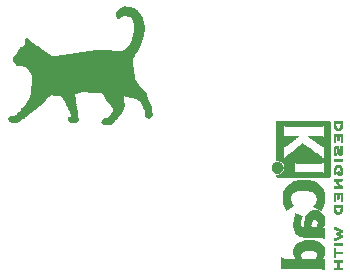
<source format=gbr>
G04 #@! TF.GenerationSoftware,KiCad,Pcbnew,5.99.0-unknown-df3fabf~86~ubuntu18.04.1*
G04 #@! TF.CreationDate,2019-10-31T14:00:15-04:00*
G04 #@! TF.ProjectId,bg96_module_board,62673936-5f6d-46f6-9475-6c655f626f61,rev?*
G04 #@! TF.SameCoordinates,Original*
G04 #@! TF.FileFunction,Legend,Bot*
G04 #@! TF.FilePolarity,Positive*
%FSLAX46Y46*%
G04 Gerber Fmt 4.6, Leading zero omitted, Abs format (unit mm)*
G04 Created by KiCad (PCBNEW 5.99.0-unknown-df3fabf~86~ubuntu18.04.1) date 2019-10-31 14:00:15*
%MOMM*%
%LPD*%
G04 APERTURE LIST*
%ADD10C,0.010000*%
G04 APERTURE END LIST*
G36*
X164043011Y-105723941D02*
G01*
X164190216Y-105723638D01*
X164354349Y-105723452D01*
X164536352Y-105723358D01*
X164737165Y-105723329D01*
X164957732Y-105723339D01*
X165198992Y-105723364D01*
X165461889Y-105723378D01*
X165504040Y-105723378D01*
X165764668Y-105723354D01*
X166003796Y-105723315D01*
X166222360Y-105723292D01*
X166421295Y-105723313D01*
X166601535Y-105723407D01*
X166764015Y-105723605D01*
X166909670Y-105723937D01*
X167039434Y-105724431D01*
X167154243Y-105725117D01*
X167255030Y-105726024D01*
X167342730Y-105727183D01*
X167418279Y-105728622D01*
X167482611Y-105730371D01*
X167536661Y-105732460D01*
X167581363Y-105734917D01*
X167617652Y-105737773D01*
X167646463Y-105741057D01*
X167668731Y-105744798D01*
X167685390Y-105749026D01*
X167697375Y-105753771D01*
X167705621Y-105759061D01*
X167711062Y-105764927D01*
X167714634Y-105771398D01*
X167717270Y-105778503D01*
X167719906Y-105786272D01*
X167723477Y-105794734D01*
X167725145Y-105799092D01*
X167727111Y-105807605D01*
X167728911Y-105820306D01*
X167730555Y-105838115D01*
X167732047Y-105861951D01*
X167733397Y-105892734D01*
X167734611Y-105931383D01*
X167735697Y-105978818D01*
X167736661Y-106035957D01*
X167737511Y-106103721D01*
X167738253Y-106183029D01*
X167738897Y-106274801D01*
X167739447Y-106379956D01*
X167739913Y-106499413D01*
X167740300Y-106634092D01*
X167740616Y-106784912D01*
X167740869Y-106952794D01*
X167741066Y-107138655D01*
X167741213Y-107343417D01*
X167741318Y-107567998D01*
X167741389Y-107813318D01*
X167741432Y-108080296D01*
X167741437Y-108118679D01*
X167741480Y-108384078D01*
X167741525Y-108627950D01*
X167741548Y-108851217D01*
X167741524Y-109054804D01*
X167741430Y-109239633D01*
X167741243Y-109406627D01*
X167740939Y-109556710D01*
X167740494Y-109690804D01*
X167739885Y-109809834D01*
X167739089Y-109914721D01*
X167738080Y-110006390D01*
X167736837Y-110085763D01*
X167735335Y-110153763D01*
X167733551Y-110211314D01*
X167731461Y-110259338D01*
X167729042Y-110298760D01*
X167726270Y-110330501D01*
X167723121Y-110355486D01*
X167719572Y-110374636D01*
X167715598Y-110388877D01*
X167711178Y-110399129D01*
X167706286Y-110406318D01*
X167700900Y-110411365D01*
X167694996Y-110415195D01*
X167688549Y-110418729D01*
X167681537Y-110422892D01*
X167679687Y-110423975D01*
X167674180Y-110426187D01*
X167665868Y-110428214D01*
X167653809Y-110430062D01*
X167637063Y-110431739D01*
X167614687Y-110433255D01*
X167585740Y-110434617D01*
X167549280Y-110435833D01*
X167504367Y-110436911D01*
X167450057Y-110437860D01*
X167385410Y-110438688D01*
X167309484Y-110439403D01*
X167221338Y-110440013D01*
X167120029Y-110440526D01*
X167004617Y-110440950D01*
X166874160Y-110441294D01*
X166727716Y-110441566D01*
X166564344Y-110441773D01*
X166383101Y-110441924D01*
X166183048Y-110442028D01*
X165963241Y-110442092D01*
X165722739Y-110442124D01*
X165460602Y-110442133D01*
X163269031Y-110442133D01*
X163230649Y-110403751D01*
X163206911Y-110376645D01*
X163195111Y-110349747D01*
X163192267Y-110313440D01*
X163192267Y-110261511D01*
X163280206Y-110261511D01*
X163330102Y-110259573D01*
X163440523Y-110240801D01*
X163541987Y-110203783D01*
X163633152Y-110150631D01*
X163712673Y-110083454D01*
X163779205Y-110004362D01*
X163831406Y-109915466D01*
X163867930Y-109818875D01*
X163887434Y-109716700D01*
X163888561Y-109612147D01*
X164704978Y-109612147D01*
X164704978Y-110057805D01*
X165881845Y-110060880D01*
X167058711Y-110063955D01*
X167117622Y-110090593D01*
X167142183Y-110102515D01*
X167172434Y-110119754D01*
X167189560Y-110132926D01*
X167197591Y-110140924D01*
X167212493Y-110148622D01*
X167213765Y-110144740D01*
X167215791Y-110121480D01*
X167217626Y-110079126D01*
X167219227Y-110019868D01*
X167220549Y-109945893D01*
X167221548Y-109859390D01*
X167222180Y-109762548D01*
X167222400Y-109657555D01*
X167222349Y-109588644D01*
X167222091Y-109490393D01*
X167221637Y-109400970D01*
X167221010Y-109322667D01*
X167220235Y-109257777D01*
X167219335Y-109208589D01*
X167218334Y-109177396D01*
X167217257Y-109166489D01*
X167214037Y-109167678D01*
X167196452Y-109177824D01*
X167170158Y-109194960D01*
X167157691Y-109203460D01*
X167143622Y-109212671D01*
X167129351Y-109220767D01*
X167113479Y-109227815D01*
X167094609Y-109233883D01*
X167071341Y-109239039D01*
X167042278Y-109243349D01*
X167006021Y-109246881D01*
X166961170Y-109249703D01*
X166906328Y-109251882D01*
X166840097Y-109253486D01*
X166761077Y-109254581D01*
X166667871Y-109255235D01*
X166559079Y-109255516D01*
X166433303Y-109255491D01*
X166289145Y-109255228D01*
X166125207Y-109254794D01*
X165940089Y-109254255D01*
X165761232Y-109253721D01*
X165602374Y-109253195D01*
X165463316Y-109252650D01*
X165342665Y-109252055D01*
X165239028Y-109251381D01*
X165151011Y-109250597D01*
X165077223Y-109249674D01*
X165016269Y-109248581D01*
X164966757Y-109247288D01*
X164927293Y-109245765D01*
X164896484Y-109243981D01*
X164872938Y-109241908D01*
X164855260Y-109239514D01*
X164842059Y-109236770D01*
X164831940Y-109233644D01*
X164823511Y-109230108D01*
X164815375Y-109226209D01*
X164778544Y-109206562D01*
X164748391Y-109187775D01*
X164746908Y-109186728D01*
X164724659Y-109172398D01*
X164711702Y-109166489D01*
X164711249Y-109167496D01*
X164709803Y-109184695D01*
X164708480Y-109221344D01*
X164707316Y-109275038D01*
X164706347Y-109343370D01*
X164705611Y-109423936D01*
X164705142Y-109514330D01*
X164704978Y-109612147D01*
X163888561Y-109612147D01*
X163888573Y-109611050D01*
X163870005Y-109504036D01*
X163830384Y-109397768D01*
X163772516Y-109300781D01*
X163697684Y-109215707D01*
X163609615Y-109146985D01*
X163510616Y-109096082D01*
X163402993Y-109064465D01*
X163289054Y-109053600D01*
X163192267Y-109053600D01*
X163192267Y-107433247D01*
X163192280Y-107222103D01*
X163192330Y-107017980D01*
X163192430Y-106834314D01*
X163192592Y-106670009D01*
X163192829Y-106523971D01*
X163193153Y-106395106D01*
X163193575Y-106282317D01*
X163194109Y-106184512D01*
X163194767Y-106100596D01*
X163195561Y-106029473D01*
X163195587Y-106027803D01*
X163801867Y-106027803D01*
X163801867Y-107087686D01*
X163864966Y-107049689D01*
X163890005Y-107035007D01*
X163917586Y-107020469D01*
X163945700Y-107008373D01*
X163976551Y-106998468D01*
X164012344Y-106990506D01*
X164055283Y-106984239D01*
X164107574Y-106979418D01*
X164171419Y-106975794D01*
X164249025Y-106973119D01*
X164342594Y-106971143D01*
X164454333Y-106969618D01*
X164586445Y-106968296D01*
X164706434Y-106967387D01*
X164823063Y-106966980D01*
X164918531Y-106967233D01*
X164992556Y-106968143D01*
X165044855Y-106969707D01*
X165075149Y-106971921D01*
X165083156Y-106974780D01*
X165079858Y-106977839D01*
X165058408Y-106995994D01*
X165021889Y-107025725D01*
X164972442Y-107065361D01*
X164912207Y-107113229D01*
X164843327Y-107167657D01*
X164767943Y-107226973D01*
X164688196Y-107289505D01*
X164606228Y-107353579D01*
X164524180Y-107417525D01*
X164444194Y-107479669D01*
X164368411Y-107538339D01*
X164298973Y-107591863D01*
X164238021Y-107638570D01*
X164187696Y-107676786D01*
X164150140Y-107704839D01*
X164127495Y-107721057D01*
X164055212Y-107766365D01*
X163975463Y-107806339D01*
X163907188Y-107827870D01*
X163849844Y-107831173D01*
X163801867Y-107825884D01*
X163802117Y-108957644D01*
X163832722Y-108918133D01*
X163840089Y-108908752D01*
X163894438Y-108845817D01*
X163962259Y-108777003D01*
X164045516Y-108700404D01*
X164146178Y-108614112D01*
X164166847Y-108596948D01*
X164216409Y-108556167D01*
X164277326Y-108506412D01*
X164347898Y-108449045D01*
X164426424Y-108385431D01*
X164511204Y-108316931D01*
X164600537Y-108244910D01*
X164692722Y-108170730D01*
X164711702Y-108155483D01*
X164786060Y-108095754D01*
X164878848Y-108021347D01*
X164969388Y-107948869D01*
X165055978Y-107879686D01*
X165136918Y-107815159D01*
X165210506Y-107756653D01*
X165275044Y-107705530D01*
X165328829Y-107663153D01*
X165370162Y-107630885D01*
X165397342Y-107610090D01*
X165408668Y-107602131D01*
X165412771Y-107603889D01*
X165433334Y-107616770D01*
X165469561Y-107641115D01*
X165519824Y-107675753D01*
X165582492Y-107719514D01*
X165655936Y-107771225D01*
X165738527Y-107829716D01*
X165828636Y-107893816D01*
X165924631Y-107962354D01*
X166024885Y-108034157D01*
X166127768Y-108108056D01*
X166231650Y-108182879D01*
X166334901Y-108257455D01*
X166435892Y-108330613D01*
X166532994Y-108401181D01*
X166624577Y-108467989D01*
X166709011Y-108529865D01*
X166784667Y-108585639D01*
X166849916Y-108634138D01*
X166903128Y-108674193D01*
X166942673Y-108704631D01*
X166968026Y-108725056D01*
X167022295Y-108771101D01*
X167078775Y-108821388D01*
X167128669Y-108868185D01*
X167222400Y-108959349D01*
X167222400Y-107804910D01*
X167146200Y-107805544D01*
X167104160Y-107804426D01*
X167068334Y-107798696D01*
X167030772Y-107786110D01*
X166982577Y-107764432D01*
X166975897Y-107761211D01*
X166926359Y-107735812D01*
X166878369Y-107709004D01*
X166841466Y-107686083D01*
X166834834Y-107681515D01*
X166803593Y-107659484D01*
X166758654Y-107627307D01*
X166702147Y-107586543D01*
X166636204Y-107538755D01*
X166562957Y-107485502D01*
X166484536Y-107428345D01*
X166403072Y-107368845D01*
X166320698Y-107308563D01*
X166239544Y-107249060D01*
X166161742Y-107191895D01*
X166089423Y-107138630D01*
X166024718Y-107090826D01*
X165969759Y-107050043D01*
X165926676Y-107017842D01*
X165897602Y-106995784D01*
X165884667Y-106985429D01*
X165880351Y-106980956D01*
X165878312Y-106976764D01*
X165880926Y-106973357D01*
X165889986Y-106970675D01*
X165907285Y-106968659D01*
X165934614Y-106967252D01*
X165973765Y-106966395D01*
X166026533Y-106966030D01*
X166094707Y-106966097D01*
X166180082Y-106966540D01*
X166284449Y-106967298D01*
X166409600Y-106968315D01*
X166454300Y-106968692D01*
X166575395Y-106969831D01*
X166676688Y-106971028D01*
X166760262Y-106972364D01*
X166828204Y-106973923D01*
X166882599Y-106975785D01*
X166925532Y-106978034D01*
X166959089Y-106980752D01*
X166985355Y-106984021D01*
X167006416Y-106987922D01*
X167024357Y-106992539D01*
X167050770Y-107000808D01*
X167112772Y-107024417D01*
X167165573Y-107050315D01*
X167202645Y-107075465D01*
X167204075Y-107076661D01*
X167208424Y-107078832D01*
X167212026Y-107076672D01*
X167214951Y-107068356D01*
X167217269Y-107052060D01*
X167219051Y-107025959D01*
X167220367Y-106988229D01*
X167221286Y-106937044D01*
X167221878Y-106870580D01*
X167222215Y-106787013D01*
X167222365Y-106684517D01*
X167222400Y-106561268D01*
X167222400Y-106029704D01*
X167164783Y-106068477D01*
X167155893Y-106074568D01*
X167141069Y-106085024D01*
X167127422Y-106094421D01*
X167113765Y-106102817D01*
X167098911Y-106110267D01*
X167081670Y-106116827D01*
X167060855Y-106122554D01*
X167035280Y-106127505D01*
X167003755Y-106131734D01*
X166965093Y-106135299D01*
X166918107Y-106138256D01*
X166861608Y-106140660D01*
X166794409Y-106142569D01*
X166715322Y-106144038D01*
X166623160Y-106145124D01*
X166516734Y-106145882D01*
X166394857Y-106146370D01*
X166256341Y-106146642D01*
X166099999Y-106146757D01*
X165924642Y-106146769D01*
X165729082Y-106146735D01*
X165512133Y-106146711D01*
X165389513Y-106146720D01*
X165184447Y-106146757D01*
X165000116Y-106146773D01*
X164835334Y-106146712D01*
X164688916Y-106146516D01*
X164559674Y-106146130D01*
X164446422Y-106145495D01*
X164347975Y-106144556D01*
X164263144Y-106143255D01*
X164190744Y-106141536D01*
X164129589Y-106139341D01*
X164078492Y-106136615D01*
X164036267Y-106133299D01*
X164001727Y-106129338D01*
X163973686Y-106124675D01*
X163950958Y-106119253D01*
X163932356Y-106113014D01*
X163916693Y-106105903D01*
X163902784Y-106097862D01*
X163889441Y-106088834D01*
X163875479Y-106078764D01*
X163859711Y-106067593D01*
X163801867Y-106027803D01*
X163195587Y-106027803D01*
X163196504Y-105970050D01*
X163197608Y-105921232D01*
X163198884Y-105881923D01*
X163200347Y-105851031D01*
X163202007Y-105827459D01*
X163203878Y-105810114D01*
X163205972Y-105797901D01*
X163208300Y-105789725D01*
X163210876Y-105784492D01*
X163214445Y-105778496D01*
X163217978Y-105771721D01*
X163221488Y-105765522D01*
X163225918Y-105759874D01*
X163232208Y-105754753D01*
X163241301Y-105750131D01*
X163254139Y-105745985D01*
X163271662Y-105742287D01*
X163294813Y-105739013D01*
X163324534Y-105736137D01*
X163361765Y-105733633D01*
X163407449Y-105731476D01*
X163462527Y-105729640D01*
X163527941Y-105728100D01*
X163604633Y-105726830D01*
X163693544Y-105725805D01*
X163795617Y-105724999D01*
X163801867Y-105724966D01*
X163911792Y-105724386D01*
X164043011Y-105723941D01*
G37*
D10*
X164043011Y-105723941D02*
X164190216Y-105723638D01*
X164354349Y-105723452D01*
X164536352Y-105723358D01*
X164737165Y-105723329D01*
X164957732Y-105723339D01*
X165198992Y-105723364D01*
X165461889Y-105723378D01*
X165504040Y-105723378D01*
X165764668Y-105723354D01*
X166003796Y-105723315D01*
X166222360Y-105723292D01*
X166421295Y-105723313D01*
X166601535Y-105723407D01*
X166764015Y-105723605D01*
X166909670Y-105723937D01*
X167039434Y-105724431D01*
X167154243Y-105725117D01*
X167255030Y-105726024D01*
X167342730Y-105727183D01*
X167418279Y-105728622D01*
X167482611Y-105730371D01*
X167536661Y-105732460D01*
X167581363Y-105734917D01*
X167617652Y-105737773D01*
X167646463Y-105741057D01*
X167668731Y-105744798D01*
X167685390Y-105749026D01*
X167697375Y-105753771D01*
X167705621Y-105759061D01*
X167711062Y-105764927D01*
X167714634Y-105771398D01*
X167717270Y-105778503D01*
X167719906Y-105786272D01*
X167723477Y-105794734D01*
X167725145Y-105799092D01*
X167727111Y-105807605D01*
X167728911Y-105820306D01*
X167730555Y-105838115D01*
X167732047Y-105861951D01*
X167733397Y-105892734D01*
X167734611Y-105931383D01*
X167735697Y-105978818D01*
X167736661Y-106035957D01*
X167737511Y-106103721D01*
X167738253Y-106183029D01*
X167738897Y-106274801D01*
X167739447Y-106379956D01*
X167739913Y-106499413D01*
X167740300Y-106634092D01*
X167740616Y-106784912D01*
X167740869Y-106952794D01*
X167741066Y-107138655D01*
X167741213Y-107343417D01*
X167741318Y-107567998D01*
X167741389Y-107813318D01*
X167741432Y-108080296D01*
X167741437Y-108118679D01*
X167741480Y-108384078D01*
X167741525Y-108627950D01*
X167741548Y-108851217D01*
X167741524Y-109054804D01*
X167741430Y-109239633D01*
X167741243Y-109406627D01*
X167740939Y-109556710D01*
X167740494Y-109690804D01*
X167739885Y-109809834D01*
X167739089Y-109914721D01*
X167738080Y-110006390D01*
X167736837Y-110085763D01*
X167735335Y-110153763D01*
X167733551Y-110211314D01*
X167731461Y-110259338D01*
X167729042Y-110298760D01*
X167726270Y-110330501D01*
X167723121Y-110355486D01*
X167719572Y-110374636D01*
X167715598Y-110388877D01*
X167711178Y-110399129D01*
X167706286Y-110406318D01*
X167700900Y-110411365D01*
X167694996Y-110415195D01*
X167688549Y-110418729D01*
X167681537Y-110422892D01*
X167679687Y-110423975D01*
X167674180Y-110426187D01*
X167665868Y-110428214D01*
X167653809Y-110430062D01*
X167637063Y-110431739D01*
X167614687Y-110433255D01*
X167585740Y-110434617D01*
X167549280Y-110435833D01*
X167504367Y-110436911D01*
X167450057Y-110437860D01*
X167385410Y-110438688D01*
X167309484Y-110439403D01*
X167221338Y-110440013D01*
X167120029Y-110440526D01*
X167004617Y-110440950D01*
X166874160Y-110441294D01*
X166727716Y-110441566D01*
X166564344Y-110441773D01*
X166383101Y-110441924D01*
X166183048Y-110442028D01*
X165963241Y-110442092D01*
X165722739Y-110442124D01*
X165460602Y-110442133D01*
X163269031Y-110442133D01*
X163230649Y-110403751D01*
X163206911Y-110376645D01*
X163195111Y-110349747D01*
X163192267Y-110313440D01*
X163192267Y-110261511D01*
X163280206Y-110261511D01*
X163330102Y-110259573D01*
X163440523Y-110240801D01*
X163541987Y-110203783D01*
X163633152Y-110150631D01*
X163712673Y-110083454D01*
X163779205Y-110004362D01*
X163831406Y-109915466D01*
X163867930Y-109818875D01*
X163887434Y-109716700D01*
X163888561Y-109612147D01*
X164704978Y-109612147D01*
X164704978Y-110057805D01*
X165881845Y-110060880D01*
X167058711Y-110063955D01*
X167117622Y-110090593D01*
X167142183Y-110102515D01*
X167172434Y-110119754D01*
X167189560Y-110132926D01*
X167197591Y-110140924D01*
X167212493Y-110148622D01*
X167213765Y-110144740D01*
X167215791Y-110121480D01*
X167217626Y-110079126D01*
X167219227Y-110019868D01*
X167220549Y-109945893D01*
X167221548Y-109859390D01*
X167222180Y-109762548D01*
X167222400Y-109657555D01*
X167222349Y-109588644D01*
X167222091Y-109490393D01*
X167221637Y-109400970D01*
X167221010Y-109322667D01*
X167220235Y-109257777D01*
X167219335Y-109208589D01*
X167218334Y-109177396D01*
X167217257Y-109166489D01*
X167214037Y-109167678D01*
X167196452Y-109177824D01*
X167170158Y-109194960D01*
X167157691Y-109203460D01*
X167143622Y-109212671D01*
X167129351Y-109220767D01*
X167113479Y-109227815D01*
X167094609Y-109233883D01*
X167071341Y-109239039D01*
X167042278Y-109243349D01*
X167006021Y-109246881D01*
X166961170Y-109249703D01*
X166906328Y-109251882D01*
X166840097Y-109253486D01*
X166761077Y-109254581D01*
X166667871Y-109255235D01*
X166559079Y-109255516D01*
X166433303Y-109255491D01*
X166289145Y-109255228D01*
X166125207Y-109254794D01*
X165940089Y-109254255D01*
X165761232Y-109253721D01*
X165602374Y-109253195D01*
X165463316Y-109252650D01*
X165342665Y-109252055D01*
X165239028Y-109251381D01*
X165151011Y-109250597D01*
X165077223Y-109249674D01*
X165016269Y-109248581D01*
X164966757Y-109247288D01*
X164927293Y-109245765D01*
X164896484Y-109243981D01*
X164872938Y-109241908D01*
X164855260Y-109239514D01*
X164842059Y-109236770D01*
X164831940Y-109233644D01*
X164823511Y-109230108D01*
X164815375Y-109226209D01*
X164778544Y-109206562D01*
X164748391Y-109187775D01*
X164746908Y-109186728D01*
X164724659Y-109172398D01*
X164711702Y-109166489D01*
X164711249Y-109167496D01*
X164709803Y-109184695D01*
X164708480Y-109221344D01*
X164707316Y-109275038D01*
X164706347Y-109343370D01*
X164705611Y-109423936D01*
X164705142Y-109514330D01*
X164704978Y-109612147D01*
X163888561Y-109612147D01*
X163888573Y-109611050D01*
X163870005Y-109504036D01*
X163830384Y-109397768D01*
X163772516Y-109300781D01*
X163697684Y-109215707D01*
X163609615Y-109146985D01*
X163510616Y-109096082D01*
X163402993Y-109064465D01*
X163289054Y-109053600D01*
X163192267Y-109053600D01*
X163192267Y-107433247D01*
X163192280Y-107222103D01*
X163192330Y-107017980D01*
X163192430Y-106834314D01*
X163192592Y-106670009D01*
X163192829Y-106523971D01*
X163193153Y-106395106D01*
X163193575Y-106282317D01*
X163194109Y-106184512D01*
X163194767Y-106100596D01*
X163195561Y-106029473D01*
X163195587Y-106027803D01*
X163801867Y-106027803D01*
X163801867Y-107087686D01*
X163864966Y-107049689D01*
X163890005Y-107035007D01*
X163917586Y-107020469D01*
X163945700Y-107008373D01*
X163976551Y-106998468D01*
X164012344Y-106990506D01*
X164055283Y-106984239D01*
X164107574Y-106979418D01*
X164171419Y-106975794D01*
X164249025Y-106973119D01*
X164342594Y-106971143D01*
X164454333Y-106969618D01*
X164586445Y-106968296D01*
X164706434Y-106967387D01*
X164823063Y-106966980D01*
X164918531Y-106967233D01*
X164992556Y-106968143D01*
X165044855Y-106969707D01*
X165075149Y-106971921D01*
X165083156Y-106974780D01*
X165079858Y-106977839D01*
X165058408Y-106995994D01*
X165021889Y-107025725D01*
X164972442Y-107065361D01*
X164912207Y-107113229D01*
X164843327Y-107167657D01*
X164767943Y-107226973D01*
X164688196Y-107289505D01*
X164606228Y-107353579D01*
X164524180Y-107417525D01*
X164444194Y-107479669D01*
X164368411Y-107538339D01*
X164298973Y-107591863D01*
X164238021Y-107638570D01*
X164187696Y-107676786D01*
X164150140Y-107704839D01*
X164127495Y-107721057D01*
X164055212Y-107766365D01*
X163975463Y-107806339D01*
X163907188Y-107827870D01*
X163849844Y-107831173D01*
X163801867Y-107825884D01*
X163802117Y-108957644D01*
X163832722Y-108918133D01*
X163840089Y-108908752D01*
X163894438Y-108845817D01*
X163962259Y-108777003D01*
X164045516Y-108700404D01*
X164146178Y-108614112D01*
X164166847Y-108596948D01*
X164216409Y-108556167D01*
X164277326Y-108506412D01*
X164347898Y-108449045D01*
X164426424Y-108385431D01*
X164511204Y-108316931D01*
X164600537Y-108244910D01*
X164692722Y-108170730D01*
X164711702Y-108155483D01*
X164786060Y-108095754D01*
X164878848Y-108021347D01*
X164969388Y-107948869D01*
X165055978Y-107879686D01*
X165136918Y-107815159D01*
X165210506Y-107756653D01*
X165275044Y-107705530D01*
X165328829Y-107663153D01*
X165370162Y-107630885D01*
X165397342Y-107610090D01*
X165408668Y-107602131D01*
X165412771Y-107603889D01*
X165433334Y-107616770D01*
X165469561Y-107641115D01*
X165519824Y-107675753D01*
X165582492Y-107719514D01*
X165655936Y-107771225D01*
X165738527Y-107829716D01*
X165828636Y-107893816D01*
X165924631Y-107962354D01*
X166024885Y-108034157D01*
X166127768Y-108108056D01*
X166231650Y-108182879D01*
X166334901Y-108257455D01*
X166435892Y-108330613D01*
X166532994Y-108401181D01*
X166624577Y-108467989D01*
X166709011Y-108529865D01*
X166784667Y-108585639D01*
X166849916Y-108634138D01*
X166903128Y-108674193D01*
X166942673Y-108704631D01*
X166968026Y-108725056D01*
X167022295Y-108771101D01*
X167078775Y-108821388D01*
X167128669Y-108868185D01*
X167222400Y-108959349D01*
X167222400Y-107804910D01*
X167146200Y-107805544D01*
X167104160Y-107804426D01*
X167068334Y-107798696D01*
X167030772Y-107786110D01*
X166982577Y-107764432D01*
X166975897Y-107761211D01*
X166926359Y-107735812D01*
X166878369Y-107709004D01*
X166841466Y-107686083D01*
X166834834Y-107681515D01*
X166803593Y-107659484D01*
X166758654Y-107627307D01*
X166702147Y-107586543D01*
X166636204Y-107538755D01*
X166562957Y-107485502D01*
X166484536Y-107428345D01*
X166403072Y-107368845D01*
X166320698Y-107308563D01*
X166239544Y-107249060D01*
X166161742Y-107191895D01*
X166089423Y-107138630D01*
X166024718Y-107090826D01*
X165969759Y-107050043D01*
X165926676Y-107017842D01*
X165897602Y-106995784D01*
X165884667Y-106985429D01*
X165880351Y-106980956D01*
X165878312Y-106976764D01*
X165880926Y-106973357D01*
X165889986Y-106970675D01*
X165907285Y-106968659D01*
X165934614Y-106967252D01*
X165973765Y-106966395D01*
X166026533Y-106966030D01*
X166094707Y-106966097D01*
X166180082Y-106966540D01*
X166284449Y-106967298D01*
X166409600Y-106968315D01*
X166454300Y-106968692D01*
X166575395Y-106969831D01*
X166676688Y-106971028D01*
X166760262Y-106972364D01*
X166828204Y-106973923D01*
X166882599Y-106975785D01*
X166925532Y-106978034D01*
X166959089Y-106980752D01*
X166985355Y-106984021D01*
X167006416Y-106987922D01*
X167024357Y-106992539D01*
X167050770Y-107000808D01*
X167112772Y-107024417D01*
X167165573Y-107050315D01*
X167202645Y-107075465D01*
X167204075Y-107076661D01*
X167208424Y-107078832D01*
X167212026Y-107076672D01*
X167214951Y-107068356D01*
X167217269Y-107052060D01*
X167219051Y-107025959D01*
X167220367Y-106988229D01*
X167221286Y-106937044D01*
X167221878Y-106870580D01*
X167222215Y-106787013D01*
X167222365Y-106684517D01*
X167222400Y-106561268D01*
X167222400Y-106029704D01*
X167164783Y-106068477D01*
X167155893Y-106074568D01*
X167141069Y-106085024D01*
X167127422Y-106094421D01*
X167113765Y-106102817D01*
X167098911Y-106110267D01*
X167081670Y-106116827D01*
X167060855Y-106122554D01*
X167035280Y-106127505D01*
X167003755Y-106131734D01*
X166965093Y-106135299D01*
X166918107Y-106138256D01*
X166861608Y-106140660D01*
X166794409Y-106142569D01*
X166715322Y-106144038D01*
X166623160Y-106145124D01*
X166516734Y-106145882D01*
X166394857Y-106146370D01*
X166256341Y-106146642D01*
X166099999Y-106146757D01*
X165924642Y-106146769D01*
X165729082Y-106146735D01*
X165512133Y-106146711D01*
X165389513Y-106146720D01*
X165184447Y-106146757D01*
X165000116Y-106146773D01*
X164835334Y-106146712D01*
X164688916Y-106146516D01*
X164559674Y-106146130D01*
X164446422Y-106145495D01*
X164347975Y-106144556D01*
X164263144Y-106143255D01*
X164190744Y-106141536D01*
X164129589Y-106139341D01*
X164078492Y-106136615D01*
X164036267Y-106133299D01*
X164001727Y-106129338D01*
X163973686Y-106124675D01*
X163950958Y-106119253D01*
X163932356Y-106113014D01*
X163916693Y-106105903D01*
X163902784Y-106097862D01*
X163889441Y-106088834D01*
X163875479Y-106078764D01*
X163859711Y-106067593D01*
X163801867Y-106027803D01*
X163195587Y-106027803D01*
X163196504Y-105970050D01*
X163197608Y-105921232D01*
X163198884Y-105881923D01*
X163200347Y-105851031D01*
X163202007Y-105827459D01*
X163203878Y-105810114D01*
X163205972Y-105797901D01*
X163208300Y-105789725D01*
X163210876Y-105784492D01*
X163214445Y-105778496D01*
X163217978Y-105771721D01*
X163221488Y-105765522D01*
X163225918Y-105759874D01*
X163232208Y-105754753D01*
X163241301Y-105750131D01*
X163254139Y-105745985D01*
X163271662Y-105742287D01*
X163294813Y-105739013D01*
X163324534Y-105736137D01*
X163361765Y-105733633D01*
X163407449Y-105731476D01*
X163462527Y-105729640D01*
X163527941Y-105728100D01*
X163604633Y-105726830D01*
X163693544Y-105725805D01*
X163795617Y-105724999D01*
X163801867Y-105724966D01*
X163911792Y-105724386D01*
X164043011Y-105723941D01*
G36*
X165621325Y-110682449D02*
G01*
X165822581Y-110699209D01*
X166017128Y-110732708D01*
X166200756Y-110782956D01*
X166318053Y-110826810D01*
X166480951Y-110904652D01*
X166634866Y-110998172D01*
X166776671Y-111105178D01*
X166903239Y-111223481D01*
X167011441Y-111350889D01*
X167064120Y-111428394D01*
X167133750Y-111555275D01*
X167192468Y-111692757D01*
X167237587Y-111834284D01*
X167266422Y-111973298D01*
X167268106Y-111987403D01*
X167271434Y-112030847D01*
X167274275Y-112088277D01*
X167276373Y-112153878D01*
X167277468Y-112221833D01*
X167275140Y-112348622D01*
X167262136Y-112496327D01*
X167237133Y-112634221D01*
X167199318Y-112767986D01*
X167190889Y-112791438D01*
X167171408Y-112839388D01*
X167146473Y-112895860D01*
X167117722Y-112957621D01*
X167086790Y-113021437D01*
X167055315Y-113084074D01*
X167024934Y-113142297D01*
X166997283Y-113192873D01*
X166973999Y-113232567D01*
X166956718Y-113258146D01*
X166947079Y-113266375D01*
X166943984Y-113264924D01*
X166924079Y-113253750D01*
X166888420Y-113232866D01*
X166839459Y-113203735D01*
X166779646Y-113167819D01*
X166711433Y-113126580D01*
X166637271Y-113081483D01*
X166340008Y-112900215D01*
X166384539Y-112853685D01*
X166462865Y-112762277D01*
X166537439Y-112648666D01*
X166591474Y-112530878D01*
X166624290Y-112410441D01*
X166635211Y-112288883D01*
X166633868Y-112247415D01*
X166615612Y-112129920D01*
X166576617Y-112019911D01*
X166517670Y-111918570D01*
X166439557Y-111827079D01*
X166343064Y-111746620D01*
X166228978Y-111678373D01*
X166194724Y-111662092D01*
X166071240Y-111616018D01*
X165932918Y-111580894D01*
X165783561Y-111556803D01*
X165626973Y-111543827D01*
X165466956Y-111542051D01*
X165307314Y-111551557D01*
X165151850Y-111572428D01*
X165004366Y-111604748D01*
X164868667Y-111648601D01*
X164782076Y-111686018D01*
X164668688Y-111750815D01*
X164575070Y-111826228D01*
X164500959Y-111912582D01*
X164446094Y-112010205D01*
X164410212Y-112119423D01*
X164393051Y-112240561D01*
X164391880Y-112309962D01*
X164406141Y-112432832D01*
X164441241Y-112548336D01*
X164496682Y-112655047D01*
X164571964Y-112751536D01*
X164586440Y-112767280D01*
X164612962Y-112797850D01*
X164630138Y-112820191D01*
X164634787Y-112830309D01*
X164632597Y-112832294D01*
X164613721Y-112846759D01*
X164580397Y-112870600D01*
X164535380Y-112901971D01*
X164481425Y-112939026D01*
X164421285Y-112979917D01*
X164357718Y-113022798D01*
X164293476Y-113065822D01*
X164231315Y-113107143D01*
X164173991Y-113144914D01*
X164124257Y-113177288D01*
X164084868Y-113202418D01*
X164058580Y-113218458D01*
X164048147Y-113223561D01*
X164043941Y-113218950D01*
X164038933Y-113199733D01*
X164036386Y-113190162D01*
X164025249Y-113162191D01*
X164006802Y-113120552D01*
X163982725Y-113069005D01*
X163954699Y-113011310D01*
X163949154Y-113000043D01*
X163869889Y-112822313D01*
X163810385Y-112652510D01*
X163770245Y-112488570D01*
X163749071Y-112328429D01*
X163746466Y-112170023D01*
X163762033Y-112011289D01*
X163779523Y-111915732D01*
X163824564Y-111751442D01*
X163887656Y-111597411D01*
X163969915Y-111451491D01*
X164072457Y-111311534D01*
X164196399Y-111175392D01*
X164241661Y-111131527D01*
X164373865Y-111019242D01*
X164511832Y-110926028D01*
X164659750Y-110849281D01*
X164821803Y-110786397D01*
X164833391Y-110782580D01*
X165019392Y-110732493D01*
X165215521Y-110699101D01*
X165417568Y-110682416D01*
X165621325Y-110682449D01*
G37*
X165621325Y-110682449D02*
X165822581Y-110699209D01*
X166017128Y-110732708D01*
X166200756Y-110782956D01*
X166318053Y-110826810D01*
X166480951Y-110904652D01*
X166634866Y-110998172D01*
X166776671Y-111105178D01*
X166903239Y-111223481D01*
X167011441Y-111350889D01*
X167064120Y-111428394D01*
X167133750Y-111555275D01*
X167192468Y-111692757D01*
X167237587Y-111834284D01*
X167266422Y-111973298D01*
X167268106Y-111987403D01*
X167271434Y-112030847D01*
X167274275Y-112088277D01*
X167276373Y-112153878D01*
X167277468Y-112221833D01*
X167275140Y-112348622D01*
X167262136Y-112496327D01*
X167237133Y-112634221D01*
X167199318Y-112767986D01*
X167190889Y-112791438D01*
X167171408Y-112839388D01*
X167146473Y-112895860D01*
X167117722Y-112957621D01*
X167086790Y-113021437D01*
X167055315Y-113084074D01*
X167024934Y-113142297D01*
X166997283Y-113192873D01*
X166973999Y-113232567D01*
X166956718Y-113258146D01*
X166947079Y-113266375D01*
X166943984Y-113264924D01*
X166924079Y-113253750D01*
X166888420Y-113232866D01*
X166839459Y-113203735D01*
X166779646Y-113167819D01*
X166711433Y-113126580D01*
X166637271Y-113081483D01*
X166340008Y-112900215D01*
X166384539Y-112853685D01*
X166462865Y-112762277D01*
X166537439Y-112648666D01*
X166591474Y-112530878D01*
X166624290Y-112410441D01*
X166635211Y-112288883D01*
X166633868Y-112247415D01*
X166615612Y-112129920D01*
X166576617Y-112019911D01*
X166517670Y-111918570D01*
X166439557Y-111827079D01*
X166343064Y-111746620D01*
X166228978Y-111678373D01*
X166194724Y-111662092D01*
X166071240Y-111616018D01*
X165932918Y-111580894D01*
X165783561Y-111556803D01*
X165626973Y-111543827D01*
X165466956Y-111542051D01*
X165307314Y-111551557D01*
X165151850Y-111572428D01*
X165004366Y-111604748D01*
X164868667Y-111648601D01*
X164782076Y-111686018D01*
X164668688Y-111750815D01*
X164575070Y-111826228D01*
X164500959Y-111912582D01*
X164446094Y-112010205D01*
X164410212Y-112119423D01*
X164393051Y-112240561D01*
X164391880Y-112309962D01*
X164406141Y-112432832D01*
X164441241Y-112548336D01*
X164496682Y-112655047D01*
X164571964Y-112751536D01*
X164586440Y-112767280D01*
X164612962Y-112797850D01*
X164630138Y-112820191D01*
X164634787Y-112830309D01*
X164632597Y-112832294D01*
X164613721Y-112846759D01*
X164580397Y-112870600D01*
X164535380Y-112901971D01*
X164481425Y-112939026D01*
X164421285Y-112979917D01*
X164357718Y-113022798D01*
X164293476Y-113065822D01*
X164231315Y-113107143D01*
X164173991Y-113144914D01*
X164124257Y-113177288D01*
X164084868Y-113202418D01*
X164058580Y-113218458D01*
X164048147Y-113223561D01*
X164043941Y-113218950D01*
X164038933Y-113199733D01*
X164036386Y-113190162D01*
X164025249Y-113162191D01*
X164006802Y-113120552D01*
X163982725Y-113069005D01*
X163954699Y-113011310D01*
X163949154Y-113000043D01*
X163869889Y-112822313D01*
X163810385Y-112652510D01*
X163770245Y-112488570D01*
X163749071Y-112328429D01*
X163746466Y-112170023D01*
X163762033Y-112011289D01*
X163779523Y-111915732D01*
X163824564Y-111751442D01*
X163887656Y-111597411D01*
X163969915Y-111451491D01*
X164072457Y-111311534D01*
X164196399Y-111175392D01*
X164241661Y-111131527D01*
X164373865Y-111019242D01*
X164511832Y-110926028D01*
X164659750Y-110849281D01*
X164821803Y-110786397D01*
X164833391Y-110782580D01*
X165019392Y-110732493D01*
X165215521Y-110699101D01*
X165417568Y-110682416D01*
X165621325Y-110682449D01*
G36*
X166477363Y-113272739D02*
G01*
X166552202Y-113276368D01*
X166614401Y-113283978D01*
X166670984Y-113296312D01*
X166797076Y-113340687D01*
X166911679Y-113403600D01*
X167012568Y-113483762D01*
X167098924Y-113580260D01*
X167169932Y-113692178D01*
X167224776Y-113818603D01*
X167262638Y-113958622D01*
X167268351Y-113994851D01*
X167274313Y-114073845D01*
X167274646Y-114162159D01*
X167269659Y-114251925D01*
X167259666Y-114335278D01*
X167244978Y-114404349D01*
X167214749Y-114490813D01*
X167160057Y-114600714D01*
X167092543Y-114698044D01*
X167041556Y-114760133D01*
X167137622Y-114763395D01*
X167233689Y-114766657D01*
X167233689Y-115189550D01*
X167233686Y-115200457D01*
X167233380Y-115294944D01*
X167232616Y-115381669D01*
X167231451Y-115458163D01*
X167229942Y-115521957D01*
X167228147Y-115570582D01*
X167226121Y-115601567D01*
X167223922Y-115612444D01*
X167223463Y-115612422D01*
X167207910Y-115605386D01*
X167185071Y-115589566D01*
X167179638Y-115585266D01*
X167165606Y-115574223D01*
X167152186Y-115564689D01*
X167137722Y-115556539D01*
X167120556Y-115549648D01*
X167099034Y-115543889D01*
X167071498Y-115539138D01*
X167036292Y-115535269D01*
X166991760Y-115532156D01*
X166936246Y-115529675D01*
X166868093Y-115527700D01*
X166785645Y-115526106D01*
X166687246Y-115524766D01*
X166571239Y-115523556D01*
X166435968Y-115522351D01*
X166279778Y-115521025D01*
X166137012Y-115519772D01*
X165991942Y-115518349D01*
X165866027Y-115516824D01*
X165757436Y-115515067D01*
X165664334Y-115512949D01*
X165584891Y-115510340D01*
X165517273Y-115507110D01*
X165459649Y-115503131D01*
X165410185Y-115498272D01*
X165367050Y-115492403D01*
X165328410Y-115485396D01*
X165292434Y-115477120D01*
X165257289Y-115467446D01*
X165221142Y-115456244D01*
X165182161Y-115443384D01*
X165139091Y-115427910D01*
X165046871Y-115385006D01*
X164967099Y-115331265D01*
X164892965Y-115262424D01*
X164829405Y-115184815D01*
X164767725Y-115080239D01*
X164720202Y-114960756D01*
X164686567Y-114825492D01*
X164666552Y-114673574D01*
X164659889Y-114504128D01*
X164660287Y-114446110D01*
X164662335Y-114380602D01*
X164666704Y-114319307D01*
X164674035Y-114257903D01*
X164684969Y-114192068D01*
X164700147Y-114117480D01*
X164720209Y-114029816D01*
X164745797Y-113924755D01*
X164752820Y-113896194D01*
X164770776Y-113820946D01*
X164786820Y-113750612D01*
X164800028Y-113689433D01*
X164809474Y-113641646D01*
X164814231Y-113611489D01*
X164817910Y-113583217D01*
X164823187Y-113556940D01*
X164827942Y-113546941D01*
X164836781Y-113550048D01*
X164864072Y-113560806D01*
X164906906Y-113578136D01*
X164962425Y-113600874D01*
X165027772Y-113627853D01*
X165100089Y-113657910D01*
X165115879Y-113664507D01*
X165206484Y-113703093D01*
X165276217Y-113734232D01*
X165325405Y-113758083D01*
X165354374Y-113774802D01*
X165363452Y-113784546D01*
X165361405Y-113792234D01*
X165351760Y-113818585D01*
X165336190Y-113857018D01*
X165316815Y-113902178D01*
X165278814Y-113996707D01*
X165237780Y-114133520D01*
X165212612Y-114274711D01*
X165208611Y-114312686D01*
X165206447Y-114415941D01*
X165219622Y-114503048D01*
X165248756Y-114574871D01*
X165294466Y-114632269D01*
X165357372Y-114676104D01*
X165438092Y-114707238D01*
X165537245Y-114726530D01*
X165596224Y-114733950D01*
X165589445Y-114572064D01*
X165589111Y-114546106D01*
X166111842Y-114546106D01*
X166111857Y-114554993D01*
X166112655Y-114610340D01*
X166114488Y-114657264D01*
X166117111Y-114691047D01*
X166120274Y-114706972D01*
X166126741Y-114711057D01*
X166148875Y-114715428D01*
X166187988Y-114718396D01*
X166245939Y-114720086D01*
X166324586Y-114720622D01*
X166520462Y-114720622D01*
X166576973Y-114675952D01*
X166592212Y-114663215D01*
X166634844Y-114616396D01*
X166670672Y-114555745D01*
X166675850Y-114545103D01*
X166692745Y-114506324D01*
X166702909Y-114471308D01*
X166708325Y-114431278D01*
X166710978Y-114377459D01*
X166711383Y-114359352D01*
X166708540Y-114283989D01*
X166696620Y-114223257D01*
X166674037Y-114171548D01*
X166639211Y-114123254D01*
X166634798Y-114118197D01*
X166579160Y-114069728D01*
X166515333Y-114041541D01*
X166440282Y-114032248D01*
X166368693Y-114039480D01*
X166305645Y-114064204D01*
X166247758Y-114108751D01*
X166200808Y-114163681D01*
X166160961Y-114236106D01*
X166133263Y-114322660D01*
X166117096Y-114425330D01*
X166111842Y-114546106D01*
X165589111Y-114546106D01*
X165587813Y-114445505D01*
X165594194Y-114294049D01*
X165608777Y-114145604D01*
X165630882Y-114009422D01*
X165645821Y-113944755D01*
X165688741Y-113812510D01*
X165745340Y-113690238D01*
X165814017Y-113580315D01*
X165893170Y-113485117D01*
X165981196Y-113407020D01*
X166076493Y-113348401D01*
X166128864Y-113324405D01*
X166199590Y-113298768D01*
X166270812Y-113282522D01*
X166349712Y-113274178D01*
X166440282Y-113272310D01*
X166443467Y-113272245D01*
X166477363Y-113272739D01*
G37*
X166477363Y-113272739D02*
X166552202Y-113276368D01*
X166614401Y-113283978D01*
X166670984Y-113296312D01*
X166797076Y-113340687D01*
X166911679Y-113403600D01*
X167012568Y-113483762D01*
X167098924Y-113580260D01*
X167169932Y-113692178D01*
X167224776Y-113818603D01*
X167262638Y-113958622D01*
X167268351Y-113994851D01*
X167274313Y-114073845D01*
X167274646Y-114162159D01*
X167269659Y-114251925D01*
X167259666Y-114335278D01*
X167244978Y-114404349D01*
X167214749Y-114490813D01*
X167160057Y-114600714D01*
X167092543Y-114698044D01*
X167041556Y-114760133D01*
X167137622Y-114763395D01*
X167233689Y-114766657D01*
X167233689Y-115189550D01*
X167233686Y-115200457D01*
X167233380Y-115294944D01*
X167232616Y-115381669D01*
X167231451Y-115458163D01*
X167229942Y-115521957D01*
X167228147Y-115570582D01*
X167226121Y-115601567D01*
X167223922Y-115612444D01*
X167223463Y-115612422D01*
X167207910Y-115605386D01*
X167185071Y-115589566D01*
X167179638Y-115585266D01*
X167165606Y-115574223D01*
X167152186Y-115564689D01*
X167137722Y-115556539D01*
X167120556Y-115549648D01*
X167099034Y-115543889D01*
X167071498Y-115539138D01*
X167036292Y-115535269D01*
X166991760Y-115532156D01*
X166936246Y-115529675D01*
X166868093Y-115527700D01*
X166785645Y-115526106D01*
X166687246Y-115524766D01*
X166571239Y-115523556D01*
X166435968Y-115522351D01*
X166279778Y-115521025D01*
X166137012Y-115519772D01*
X165991942Y-115518349D01*
X165866027Y-115516824D01*
X165757436Y-115515067D01*
X165664334Y-115512949D01*
X165584891Y-115510340D01*
X165517273Y-115507110D01*
X165459649Y-115503131D01*
X165410185Y-115498272D01*
X165367050Y-115492403D01*
X165328410Y-115485396D01*
X165292434Y-115477120D01*
X165257289Y-115467446D01*
X165221142Y-115456244D01*
X165182161Y-115443384D01*
X165139091Y-115427910D01*
X165046871Y-115385006D01*
X164967099Y-115331265D01*
X164892965Y-115262424D01*
X164829405Y-115184815D01*
X164767725Y-115080239D01*
X164720202Y-114960756D01*
X164686567Y-114825492D01*
X164666552Y-114673574D01*
X164659889Y-114504128D01*
X164660287Y-114446110D01*
X164662335Y-114380602D01*
X164666704Y-114319307D01*
X164674035Y-114257903D01*
X164684969Y-114192068D01*
X164700147Y-114117480D01*
X164720209Y-114029816D01*
X164745797Y-113924755D01*
X164752820Y-113896194D01*
X164770776Y-113820946D01*
X164786820Y-113750612D01*
X164800028Y-113689433D01*
X164809474Y-113641646D01*
X164814231Y-113611489D01*
X164817910Y-113583217D01*
X164823187Y-113556940D01*
X164827942Y-113546941D01*
X164836781Y-113550048D01*
X164864072Y-113560806D01*
X164906906Y-113578136D01*
X164962425Y-113600874D01*
X165027772Y-113627853D01*
X165100089Y-113657910D01*
X165115879Y-113664507D01*
X165206484Y-113703093D01*
X165276217Y-113734232D01*
X165325405Y-113758083D01*
X165354374Y-113774802D01*
X165363452Y-113784546D01*
X165361405Y-113792234D01*
X165351760Y-113818585D01*
X165336190Y-113857018D01*
X165316815Y-113902178D01*
X165278814Y-113996707D01*
X165237780Y-114133520D01*
X165212612Y-114274711D01*
X165208611Y-114312686D01*
X165206447Y-114415941D01*
X165219622Y-114503048D01*
X165248756Y-114574871D01*
X165294466Y-114632269D01*
X165357372Y-114676104D01*
X165438092Y-114707238D01*
X165537245Y-114726530D01*
X165596224Y-114733950D01*
X165589445Y-114572064D01*
X165589111Y-114546106D01*
X166111842Y-114546106D01*
X166111857Y-114554993D01*
X166112655Y-114610340D01*
X166114488Y-114657264D01*
X166117111Y-114691047D01*
X166120274Y-114706972D01*
X166126741Y-114711057D01*
X166148875Y-114715428D01*
X166187988Y-114718396D01*
X166245939Y-114720086D01*
X166324586Y-114720622D01*
X166520462Y-114720622D01*
X166576973Y-114675952D01*
X166592212Y-114663215D01*
X166634844Y-114616396D01*
X166670672Y-114555745D01*
X166675850Y-114545103D01*
X166692745Y-114506324D01*
X166702909Y-114471308D01*
X166708325Y-114431278D01*
X166710978Y-114377459D01*
X166711383Y-114359352D01*
X166708540Y-114283989D01*
X166696620Y-114223257D01*
X166674037Y-114171548D01*
X166639211Y-114123254D01*
X166634798Y-114118197D01*
X166579160Y-114069728D01*
X166515333Y-114041541D01*
X166440282Y-114032248D01*
X166368693Y-114039480D01*
X166305645Y-114064204D01*
X166247758Y-114108751D01*
X166200808Y-114163681D01*
X166160961Y-114236106D01*
X166133263Y-114322660D01*
X166117096Y-114425330D01*
X166111842Y-114546106D01*
X165589111Y-114546106D01*
X165587813Y-114445505D01*
X165594194Y-114294049D01*
X165608777Y-114145604D01*
X165630882Y-114009422D01*
X165645821Y-113944755D01*
X165688741Y-113812510D01*
X165745340Y-113690238D01*
X165814017Y-113580315D01*
X165893170Y-113485117D01*
X165981196Y-113407020D01*
X166076493Y-113348401D01*
X166128864Y-113324405D01*
X166199590Y-113298768D01*
X166270812Y-113282522D01*
X166349712Y-113274178D01*
X166440282Y-113272310D01*
X166443467Y-113272245D01*
X166477363Y-113272739D01*
G36*
X166120158Y-115814732D02*
G01*
X166271594Y-115823311D01*
X166408283Y-115842167D01*
X166534276Y-115872163D01*
X166653625Y-115914164D01*
X166770381Y-115969031D01*
X166881179Y-116035833D01*
X166994739Y-116126637D01*
X167090211Y-116230292D01*
X167167073Y-116346113D01*
X167224797Y-116473414D01*
X167262858Y-116611511D01*
X167268666Y-116649207D01*
X167274396Y-116728248D01*
X167274583Y-116816371D01*
X167269539Y-116905764D01*
X167259578Y-116988616D01*
X167245012Y-117057113D01*
X167235364Y-117087965D01*
X167205123Y-117165270D01*
X167167617Y-117242321D01*
X167126614Y-117311800D01*
X167085879Y-117366385D01*
X167066505Y-117389084D01*
X167048662Y-117411799D01*
X167041778Y-117423221D01*
X167043424Y-117424463D01*
X167061205Y-117427272D01*
X167094370Y-117429224D01*
X167137733Y-117429955D01*
X167233689Y-117429955D01*
X167233689Y-118288104D01*
X167172974Y-118253839D01*
X167163868Y-118248645D01*
X167149249Y-118240285D01*
X167135173Y-118232712D01*
X167120540Y-118225888D01*
X167104249Y-118219773D01*
X167085198Y-118214327D01*
X167062286Y-118209513D01*
X167034413Y-118205292D01*
X167000478Y-118201623D01*
X166959379Y-118198469D01*
X166910015Y-118195789D01*
X166851286Y-118193546D01*
X166782090Y-118191701D01*
X166701326Y-118190213D01*
X166607894Y-118189045D01*
X166500692Y-118188156D01*
X166378620Y-118187509D01*
X166240576Y-118187064D01*
X166085459Y-118186782D01*
X165912168Y-118186625D01*
X165719603Y-118186552D01*
X165506662Y-118186526D01*
X165272245Y-118186507D01*
X163587378Y-118186311D01*
X163587378Y-117280983D01*
X163624067Y-117305415D01*
X163633647Y-117311682D01*
X163679981Y-117337792D01*
X163727102Y-117355531D01*
X163782251Y-117367092D01*
X163852667Y-117374669D01*
X163859650Y-117375161D01*
X163897641Y-117376938D01*
X163951576Y-117378556D01*
X164018703Y-117380001D01*
X164096271Y-117381260D01*
X164181528Y-117382320D01*
X164271724Y-117383171D01*
X164364107Y-117383797D01*
X164455925Y-117384188D01*
X164544427Y-117384330D01*
X164626862Y-117384210D01*
X164700479Y-117383817D01*
X164762526Y-117383138D01*
X164810251Y-117382159D01*
X164840904Y-117380868D01*
X164851733Y-117379253D01*
X164847333Y-117371043D01*
X164832362Y-117349353D01*
X164810448Y-117319986D01*
X164776236Y-117271121D01*
X164729714Y-117182875D01*
X164696046Y-117084084D01*
X164693232Y-117069557D01*
X165247465Y-117069557D01*
X165259389Y-117154681D01*
X165286040Y-117238867D01*
X165326962Y-117317392D01*
X165370530Y-117384800D01*
X166520721Y-117384800D01*
X166567089Y-117314244D01*
X166590791Y-117273583D01*
X166616639Y-117219454D01*
X166634829Y-117170311D01*
X166650551Y-117106835D01*
X166661541Y-117010669D01*
X166653365Y-116926100D01*
X166625805Y-116852781D01*
X166578642Y-116790363D01*
X166511658Y-116738498D01*
X166424633Y-116696840D01*
X166317350Y-116665038D01*
X166305009Y-116662455D01*
X166243772Y-116654000D01*
X166166692Y-116648337D01*
X166079002Y-116645424D01*
X165985934Y-116645217D01*
X165892720Y-116647670D01*
X165804594Y-116652739D01*
X165726788Y-116660381D01*
X165664533Y-116670552D01*
X165658666Y-116671833D01*
X165548121Y-116700874D01*
X165457575Y-116735390D01*
X165384953Y-116776544D01*
X165328181Y-116825501D01*
X165285184Y-116883426D01*
X165269615Y-116915380D01*
X165250722Y-116988216D01*
X165247465Y-117069557D01*
X164693232Y-117069557D01*
X164674231Y-116971490D01*
X164663265Y-116841836D01*
X164662219Y-116749330D01*
X164672014Y-116627989D01*
X164696174Y-116517901D01*
X164735785Y-116414611D01*
X164791932Y-116313662D01*
X164822883Y-116268497D01*
X164914115Y-116163089D01*
X165023106Y-116071462D01*
X165149726Y-115993668D01*
X165293845Y-115929759D01*
X165455332Y-115879786D01*
X165634059Y-115843802D01*
X165829895Y-115821857D01*
X165985934Y-115816100D01*
X166042711Y-115814006D01*
X166120158Y-115814732D01*
G37*
X166120158Y-115814732D02*
X166271594Y-115823311D01*
X166408283Y-115842167D01*
X166534276Y-115872163D01*
X166653625Y-115914164D01*
X166770381Y-115969031D01*
X166881179Y-116035833D01*
X166994739Y-116126637D01*
X167090211Y-116230292D01*
X167167073Y-116346113D01*
X167224797Y-116473414D01*
X167262858Y-116611511D01*
X167268666Y-116649207D01*
X167274396Y-116728248D01*
X167274583Y-116816371D01*
X167269539Y-116905764D01*
X167259578Y-116988616D01*
X167245012Y-117057113D01*
X167235364Y-117087965D01*
X167205123Y-117165270D01*
X167167617Y-117242321D01*
X167126614Y-117311800D01*
X167085879Y-117366385D01*
X167066505Y-117389084D01*
X167048662Y-117411799D01*
X167041778Y-117423221D01*
X167043424Y-117424463D01*
X167061205Y-117427272D01*
X167094370Y-117429224D01*
X167137733Y-117429955D01*
X167233689Y-117429955D01*
X167233689Y-118288104D01*
X167172974Y-118253839D01*
X167163868Y-118248645D01*
X167149249Y-118240285D01*
X167135173Y-118232712D01*
X167120540Y-118225888D01*
X167104249Y-118219773D01*
X167085198Y-118214327D01*
X167062286Y-118209513D01*
X167034413Y-118205292D01*
X167000478Y-118201623D01*
X166959379Y-118198469D01*
X166910015Y-118195789D01*
X166851286Y-118193546D01*
X166782090Y-118191701D01*
X166701326Y-118190213D01*
X166607894Y-118189045D01*
X166500692Y-118188156D01*
X166378620Y-118187509D01*
X166240576Y-118187064D01*
X166085459Y-118186782D01*
X165912168Y-118186625D01*
X165719603Y-118186552D01*
X165506662Y-118186526D01*
X165272245Y-118186507D01*
X163587378Y-118186311D01*
X163587378Y-117280983D01*
X163624067Y-117305415D01*
X163633647Y-117311682D01*
X163679981Y-117337792D01*
X163727102Y-117355531D01*
X163782251Y-117367092D01*
X163852667Y-117374669D01*
X163859650Y-117375161D01*
X163897641Y-117376938D01*
X163951576Y-117378556D01*
X164018703Y-117380001D01*
X164096271Y-117381260D01*
X164181528Y-117382320D01*
X164271724Y-117383171D01*
X164364107Y-117383797D01*
X164455925Y-117384188D01*
X164544427Y-117384330D01*
X164626862Y-117384210D01*
X164700479Y-117383817D01*
X164762526Y-117383138D01*
X164810251Y-117382159D01*
X164840904Y-117380868D01*
X164851733Y-117379253D01*
X164847333Y-117371043D01*
X164832362Y-117349353D01*
X164810448Y-117319986D01*
X164776236Y-117271121D01*
X164729714Y-117182875D01*
X164696046Y-117084084D01*
X164693232Y-117069557D01*
X165247465Y-117069557D01*
X165259389Y-117154681D01*
X165286040Y-117238867D01*
X165326962Y-117317392D01*
X165370530Y-117384800D01*
X166520721Y-117384800D01*
X166567089Y-117314244D01*
X166590791Y-117273583D01*
X166616639Y-117219454D01*
X166634829Y-117170311D01*
X166650551Y-117106835D01*
X166661541Y-117010669D01*
X166653365Y-116926100D01*
X166625805Y-116852781D01*
X166578642Y-116790363D01*
X166511658Y-116738498D01*
X166424633Y-116696840D01*
X166317350Y-116665038D01*
X166305009Y-116662455D01*
X166243772Y-116654000D01*
X166166692Y-116648337D01*
X166079002Y-116645424D01*
X165985934Y-116645217D01*
X165892720Y-116647670D01*
X165804594Y-116652739D01*
X165726788Y-116660381D01*
X165664533Y-116670552D01*
X165658666Y-116671833D01*
X165548121Y-116700874D01*
X165457575Y-116735390D01*
X165384953Y-116776544D01*
X165328181Y-116825501D01*
X165285184Y-116883426D01*
X165269615Y-116915380D01*
X165250722Y-116988216D01*
X165247465Y-117069557D01*
X164693232Y-117069557D01*
X164674231Y-116971490D01*
X164663265Y-116841836D01*
X164662219Y-116749330D01*
X164672014Y-116627989D01*
X164696174Y-116517901D01*
X164735785Y-116414611D01*
X164791932Y-116313662D01*
X164822883Y-116268497D01*
X164914115Y-116163089D01*
X165023106Y-116071462D01*
X165149726Y-115993668D01*
X165293845Y-115929759D01*
X165455332Y-115879786D01*
X165634059Y-115843802D01*
X165829895Y-115821857D01*
X165985934Y-115816100D01*
X166042711Y-115814006D01*
X166120158Y-115814732D01*
G36*
X163334307Y-109195331D02*
G01*
X163375450Y-109197540D01*
X163407582Y-109203106D01*
X163438122Y-109213414D01*
X163474489Y-109229852D01*
X163501728Y-109243800D01*
X163587429Y-109302335D01*
X163656617Y-109374381D01*
X163707741Y-109458053D01*
X163739250Y-109551469D01*
X163746225Y-109584566D01*
X163753094Y-109625040D01*
X163754919Y-109658001D01*
X163751947Y-109692302D01*
X163744426Y-109736800D01*
X163732002Y-109788066D01*
X163694112Y-109878566D01*
X163639836Y-109957655D01*
X163571770Y-110023472D01*
X163492511Y-110074160D01*
X163404654Y-110107860D01*
X163310795Y-110122714D01*
X163213530Y-110116864D01*
X163117220Y-110090601D01*
X163028494Y-110045582D01*
X162953419Y-109984627D01*
X162893641Y-109909816D01*
X162850809Y-109823232D01*
X162826571Y-109726957D01*
X162822576Y-109623072D01*
X162832850Y-109545438D01*
X162860053Y-109462687D01*
X162905484Y-109387594D01*
X162971302Y-109315702D01*
X163015567Y-109277154D01*
X163073961Y-109237744D01*
X163134586Y-109212554D01*
X163203865Y-109199139D01*
X163288222Y-109195052D01*
X163334307Y-109195331D01*
G37*
X163334307Y-109195331D02*
X163375450Y-109197540D01*
X163407582Y-109203106D01*
X163438122Y-109213414D01*
X163474489Y-109229852D01*
X163501728Y-109243800D01*
X163587429Y-109302335D01*
X163656617Y-109374381D01*
X163707741Y-109458053D01*
X163739250Y-109551469D01*
X163746225Y-109584566D01*
X163753094Y-109625040D01*
X163754919Y-109658001D01*
X163751947Y-109692302D01*
X163744426Y-109736800D01*
X163732002Y-109788066D01*
X163694112Y-109878566D01*
X163639836Y-109957655D01*
X163571770Y-110023472D01*
X163492511Y-110074160D01*
X163404654Y-110107860D01*
X163310795Y-110122714D01*
X163213530Y-110116864D01*
X163117220Y-110090601D01*
X163028494Y-110045582D01*
X162953419Y-109984627D01*
X162893641Y-109909816D01*
X162850809Y-109823232D01*
X162826571Y-109726957D01*
X162822576Y-109623072D01*
X162832850Y-109545438D01*
X162860053Y-109462687D01*
X162905484Y-109387594D01*
X162971302Y-109315702D01*
X163015567Y-109277154D01*
X163073961Y-109237744D01*
X163134586Y-109212554D01*
X163203865Y-109199139D01*
X163288222Y-109195052D01*
X163334307Y-109195331D01*
G36*
X168335041Y-105723130D02*
G01*
X168435956Y-105723378D01*
X168511617Y-105723417D01*
X168589526Y-105723672D01*
X168649536Y-105724316D01*
X168694264Y-105725520D01*
X168726326Y-105727457D01*
X168748340Y-105730297D01*
X168762924Y-105734212D01*
X168772694Y-105739374D01*
X168780267Y-105745955D01*
X168786501Y-105752923D01*
X168793801Y-105765921D01*
X168798554Y-105785069D01*
X168801292Y-105814472D01*
X168802545Y-105858238D01*
X168802845Y-105920472D01*
X168802469Y-105969418D01*
X168798041Y-106076278D01*
X168787953Y-106165506D01*
X168771365Y-106240304D01*
X168747435Y-106303875D01*
X168715321Y-106359421D01*
X168674182Y-106410146D01*
X168668330Y-106416134D01*
X168619821Y-106453001D01*
X168559013Y-106484101D01*
X168494769Y-106505583D01*
X168435956Y-106513600D01*
X168414739Y-106512321D01*
X168357323Y-106500009D01*
X168297413Y-106477480D01*
X168243363Y-106448250D01*
X168203532Y-106415833D01*
X168186510Y-106396292D01*
X168147322Y-106341580D01*
X168117193Y-106281277D01*
X168095232Y-106212081D01*
X168080550Y-106130689D01*
X168072259Y-106033800D01*
X168070149Y-105946333D01*
X168215808Y-105946333D01*
X168215817Y-105949361D01*
X168217782Y-106000481D01*
X168222507Y-106060584D01*
X168229035Y-106117292D01*
X168238331Y-106167250D01*
X168264600Y-106242002D01*
X168303899Y-106299511D01*
X168356933Y-106341012D01*
X168408200Y-106362229D01*
X168456026Y-106363647D01*
X168506961Y-106345365D01*
X168552878Y-106315695D01*
X168595287Y-106268998D01*
X168625090Y-106207608D01*
X168644226Y-106128462D01*
X168644464Y-106126972D01*
X168650256Y-106078001D01*
X168654396Y-106019307D01*
X168656004Y-105963266D01*
X168656089Y-105870133D01*
X168215822Y-105870133D01*
X168215808Y-105946333D01*
X168070149Y-105946333D01*
X168069467Y-105918111D01*
X168069066Y-105878629D01*
X168068653Y-105832918D01*
X168070457Y-105797117D01*
X168076739Y-105770026D01*
X168089759Y-105750444D01*
X168111778Y-105737170D01*
X168145055Y-105729002D01*
X168191851Y-105724740D01*
X168215822Y-105724143D01*
X168254427Y-105723183D01*
X168335041Y-105723130D01*
G37*
X168335041Y-105723130D02*
X168435956Y-105723378D01*
X168511617Y-105723417D01*
X168589526Y-105723672D01*
X168649536Y-105724316D01*
X168694264Y-105725520D01*
X168726326Y-105727457D01*
X168748340Y-105730297D01*
X168762924Y-105734212D01*
X168772694Y-105739374D01*
X168780267Y-105745955D01*
X168786501Y-105752923D01*
X168793801Y-105765921D01*
X168798554Y-105785069D01*
X168801292Y-105814472D01*
X168802545Y-105858238D01*
X168802845Y-105920472D01*
X168802469Y-105969418D01*
X168798041Y-106076278D01*
X168787953Y-106165506D01*
X168771365Y-106240304D01*
X168747435Y-106303875D01*
X168715321Y-106359421D01*
X168674182Y-106410146D01*
X168668330Y-106416134D01*
X168619821Y-106453001D01*
X168559013Y-106484101D01*
X168494769Y-106505583D01*
X168435956Y-106513600D01*
X168414739Y-106512321D01*
X168357323Y-106500009D01*
X168297413Y-106477480D01*
X168243363Y-106448250D01*
X168203532Y-106415833D01*
X168186510Y-106396292D01*
X168147322Y-106341580D01*
X168117193Y-106281277D01*
X168095232Y-106212081D01*
X168080550Y-106130689D01*
X168072259Y-106033800D01*
X168070149Y-105946333D01*
X168215808Y-105946333D01*
X168215817Y-105949361D01*
X168217782Y-106000481D01*
X168222507Y-106060584D01*
X168229035Y-106117292D01*
X168238331Y-106167250D01*
X168264600Y-106242002D01*
X168303899Y-106299511D01*
X168356933Y-106341012D01*
X168408200Y-106362229D01*
X168456026Y-106363647D01*
X168506961Y-106345365D01*
X168552878Y-106315695D01*
X168595287Y-106268998D01*
X168625090Y-106207608D01*
X168644226Y-106128462D01*
X168644464Y-106126972D01*
X168650256Y-106078001D01*
X168654396Y-106019307D01*
X168656004Y-105963266D01*
X168656089Y-105870133D01*
X168215822Y-105870133D01*
X168215808Y-105946333D01*
X168070149Y-105946333D01*
X168069467Y-105918111D01*
X168069066Y-105878629D01*
X168068653Y-105832918D01*
X168070457Y-105797117D01*
X168076739Y-105770026D01*
X168089759Y-105750444D01*
X168111778Y-105737170D01*
X168145055Y-105729002D01*
X168191851Y-105724740D01*
X168215822Y-105724143D01*
X168254427Y-105723183D01*
X168335041Y-105723130D01*
G36*
X168510713Y-106852303D02*
G01*
X168588889Y-106852552D01*
X168649103Y-106853188D01*
X168693982Y-106854385D01*
X168726152Y-106856316D01*
X168748239Y-106859154D01*
X168762870Y-106863073D01*
X168772670Y-106868245D01*
X168780267Y-106874844D01*
X168783444Y-106878178D01*
X168789554Y-106886700D01*
X168794229Y-106898702D01*
X168797659Y-106916913D01*
X168800036Y-106944060D01*
X168801552Y-106982871D01*
X168802398Y-107036076D01*
X168802765Y-107106402D01*
X168802845Y-107196578D01*
X168802833Y-107238686D01*
X168802651Y-107319833D01*
X168802098Y-107382325D01*
X168800982Y-107428891D01*
X168799113Y-107462259D01*
X168796298Y-107485156D01*
X168792346Y-107500312D01*
X168787066Y-107510454D01*
X168780267Y-107518311D01*
X168758667Y-107533037D01*
X168729467Y-107540889D01*
X168705560Y-107535390D01*
X168678667Y-107518311D01*
X168674059Y-107513332D01*
X168667772Y-107503557D01*
X168663146Y-107489441D01*
X168659930Y-107467946D01*
X168657870Y-107436032D01*
X168656712Y-107390658D01*
X168656202Y-107328787D01*
X168656089Y-107247378D01*
X168656089Y-106999022D01*
X168498045Y-106999022D01*
X168498045Y-107160199D01*
X168497899Y-107196017D01*
X168496176Y-107261641D01*
X168491741Y-107308882D01*
X168483637Y-107340617D01*
X168470906Y-107359723D01*
X168452592Y-107369077D01*
X168427738Y-107371555D01*
X168407482Y-107370758D01*
X168385656Y-107365506D01*
X168370304Y-107352712D01*
X168360309Y-107329372D01*
X168354553Y-107292483D01*
X168351919Y-107239041D01*
X168351289Y-107166042D01*
X168351289Y-106997895D01*
X168286378Y-107001281D01*
X168221467Y-107004666D01*
X168218418Y-107252383D01*
X168217539Y-107314974D01*
X168216095Y-107383435D01*
X168214164Y-107434339D01*
X168211514Y-107470592D01*
X168207910Y-107495099D01*
X168203121Y-107510765D01*
X168196913Y-107520494D01*
X168190510Y-107526509D01*
X168158828Y-107539518D01*
X168123142Y-107535957D01*
X168092084Y-107516182D01*
X168089161Y-107512931D01*
X168082810Y-107503951D01*
X168077957Y-107491847D01*
X168074403Y-107473841D01*
X168071946Y-107447153D01*
X168070385Y-107409003D01*
X168069518Y-107356614D01*
X168069146Y-107287206D01*
X168069067Y-107197999D01*
X168069083Y-107143266D01*
X168069275Y-107066169D01*
X168069860Y-107007223D01*
X168071051Y-106963636D01*
X168073064Y-106932617D01*
X168076112Y-106911375D01*
X168080409Y-106897118D01*
X168086172Y-106887055D01*
X168093612Y-106878394D01*
X168095293Y-106876609D01*
X168102832Y-106869365D01*
X168111850Y-106863723D01*
X168124984Y-106859483D01*
X168144872Y-106856444D01*
X168174151Y-106854406D01*
X168215458Y-106853170D01*
X168271431Y-106852535D01*
X168344707Y-106852300D01*
X168437923Y-106852266D01*
X168510713Y-106852303D01*
G37*
X168510713Y-106852303D02*
X168588889Y-106852552D01*
X168649103Y-106853188D01*
X168693982Y-106854385D01*
X168726152Y-106856316D01*
X168748239Y-106859154D01*
X168762870Y-106863073D01*
X168772670Y-106868245D01*
X168780267Y-106874844D01*
X168783444Y-106878178D01*
X168789554Y-106886700D01*
X168794229Y-106898702D01*
X168797659Y-106916913D01*
X168800036Y-106944060D01*
X168801552Y-106982871D01*
X168802398Y-107036076D01*
X168802765Y-107106402D01*
X168802845Y-107196578D01*
X168802833Y-107238686D01*
X168802651Y-107319833D01*
X168802098Y-107382325D01*
X168800982Y-107428891D01*
X168799113Y-107462259D01*
X168796298Y-107485156D01*
X168792346Y-107500312D01*
X168787066Y-107510454D01*
X168780267Y-107518311D01*
X168758667Y-107533037D01*
X168729467Y-107540889D01*
X168705560Y-107535390D01*
X168678667Y-107518311D01*
X168674059Y-107513332D01*
X168667772Y-107503557D01*
X168663146Y-107489441D01*
X168659930Y-107467946D01*
X168657870Y-107436032D01*
X168656712Y-107390658D01*
X168656202Y-107328787D01*
X168656089Y-107247378D01*
X168656089Y-106999022D01*
X168498045Y-106999022D01*
X168498045Y-107160199D01*
X168497899Y-107196017D01*
X168496176Y-107261641D01*
X168491741Y-107308882D01*
X168483637Y-107340617D01*
X168470906Y-107359723D01*
X168452592Y-107369077D01*
X168427738Y-107371555D01*
X168407482Y-107370758D01*
X168385656Y-107365506D01*
X168370304Y-107352712D01*
X168360309Y-107329372D01*
X168354553Y-107292483D01*
X168351919Y-107239041D01*
X168351289Y-107166042D01*
X168351289Y-106997895D01*
X168286378Y-107001281D01*
X168221467Y-107004666D01*
X168218418Y-107252383D01*
X168217539Y-107314974D01*
X168216095Y-107383435D01*
X168214164Y-107434339D01*
X168211514Y-107470592D01*
X168207910Y-107495099D01*
X168203121Y-107510765D01*
X168196913Y-107520494D01*
X168190510Y-107526509D01*
X168158828Y-107539518D01*
X168123142Y-107535957D01*
X168092084Y-107516182D01*
X168089161Y-107512931D01*
X168082810Y-107503951D01*
X168077957Y-107491847D01*
X168074403Y-107473841D01*
X168071946Y-107447153D01*
X168070385Y-107409003D01*
X168069518Y-107356614D01*
X168069146Y-107287206D01*
X168069067Y-107197999D01*
X168069083Y-107143266D01*
X168069275Y-107066169D01*
X168069860Y-107007223D01*
X168071051Y-106963636D01*
X168073064Y-106932617D01*
X168076112Y-106911375D01*
X168080409Y-106897118D01*
X168086172Y-106887055D01*
X168093612Y-106878394D01*
X168095293Y-106876609D01*
X168102832Y-106869365D01*
X168111850Y-106863723D01*
X168124984Y-106859483D01*
X168144872Y-106856444D01*
X168174151Y-106854406D01*
X168215458Y-106853170D01*
X168271431Y-106852535D01*
X168344707Y-106852300D01*
X168437923Y-106852266D01*
X168510713Y-106852303D01*
G36*
X168320232Y-107824048D02*
G01*
X168345029Y-107829840D01*
X168366699Y-107844647D01*
X168394049Y-107872620D01*
X168401378Y-107880598D01*
X168422281Y-107904308D01*
X168439251Y-107926702D01*
X168453205Y-107950735D01*
X168465056Y-107979363D01*
X168475720Y-108015540D01*
X168486111Y-108062220D01*
X168497146Y-108122359D01*
X168509738Y-108198910D01*
X168524804Y-108294829D01*
X168527838Y-108313192D01*
X168541458Y-108375522D01*
X168557192Y-108420740D01*
X168574263Y-108447024D01*
X168591897Y-108452553D01*
X168596168Y-108449932D01*
X168611233Y-108432000D01*
X168627867Y-108403874D01*
X168633857Y-108391074D01*
X168641050Y-108369776D01*
X168645827Y-108343390D01*
X168648646Y-108307546D01*
X168649964Y-108257872D01*
X168650237Y-108190000D01*
X168650164Y-108172215D01*
X168649053Y-108104594D01*
X168646828Y-108039655D01*
X168643762Y-107984030D01*
X168640127Y-107944349D01*
X168636059Y-107908838D01*
X168635276Y-107879585D01*
X168639876Y-107860685D01*
X168650551Y-107845571D01*
X168654144Y-107841915D01*
X168685918Y-107825573D01*
X168721572Y-107826893D01*
X168752190Y-107845850D01*
X168763796Y-107866220D01*
X168776491Y-107902204D01*
X168786541Y-107944628D01*
X168787140Y-107948078D01*
X168792356Y-107990748D01*
X168796730Y-108048134D01*
X168799818Y-108113151D01*
X168801177Y-108178711D01*
X168801218Y-108194943D01*
X168798741Y-108293256D01*
X168790735Y-108373308D01*
X168776203Y-108438487D01*
X168754149Y-108492183D01*
X168723576Y-108537784D01*
X168683486Y-108578677D01*
X168657259Y-108598798D01*
X168627712Y-108610424D01*
X168587995Y-108613333D01*
X168576026Y-108613192D01*
X168543345Y-108609319D01*
X168516819Y-108596935D01*
X168485971Y-108571770D01*
X168463831Y-108550558D01*
X168441285Y-108524162D01*
X168422917Y-108494445D01*
X168407661Y-108458215D01*
X168394449Y-108412283D01*
X168382214Y-108353456D01*
X168369889Y-108278544D01*
X168356406Y-108184355D01*
X168349396Y-108139043D01*
X168334837Y-108071089D01*
X168318337Y-108021953D01*
X168300439Y-107992386D01*
X168281685Y-107983136D01*
X168262615Y-107994952D01*
X168243771Y-108028584D01*
X168242557Y-108031630D01*
X168230479Y-108077989D01*
X168222279Y-108140639D01*
X168218119Y-108214073D01*
X168218161Y-108292783D01*
X168222569Y-108371261D01*
X168231505Y-108444000D01*
X168232154Y-108447927D01*
X168239861Y-108496743D01*
X168243473Y-108528995D01*
X168242876Y-108549992D01*
X168237954Y-108565046D01*
X168228596Y-108579466D01*
X168227725Y-108580636D01*
X168197351Y-108605153D01*
X168161850Y-108609946D01*
X168127269Y-108594140D01*
X168122813Y-108589594D01*
X168107673Y-108559980D01*
X168094550Y-108512998D01*
X168083750Y-108452694D01*
X168075581Y-108383112D01*
X168070351Y-108308297D01*
X168068367Y-108232294D01*
X168069936Y-108159147D01*
X168075366Y-108092900D01*
X168084964Y-108037600D01*
X168099825Y-107986717D01*
X168132958Y-107915405D01*
X168175640Y-107864248D01*
X168227705Y-107833425D01*
X168288983Y-107823111D01*
X168320232Y-107824048D01*
G37*
X168320232Y-107824048D02*
X168345029Y-107829840D01*
X168366699Y-107844647D01*
X168394049Y-107872620D01*
X168401378Y-107880598D01*
X168422281Y-107904308D01*
X168439251Y-107926702D01*
X168453205Y-107950735D01*
X168465056Y-107979363D01*
X168475720Y-108015540D01*
X168486111Y-108062220D01*
X168497146Y-108122359D01*
X168509738Y-108198910D01*
X168524804Y-108294829D01*
X168527838Y-108313192D01*
X168541458Y-108375522D01*
X168557192Y-108420740D01*
X168574263Y-108447024D01*
X168591897Y-108452553D01*
X168596168Y-108449932D01*
X168611233Y-108432000D01*
X168627867Y-108403874D01*
X168633857Y-108391074D01*
X168641050Y-108369776D01*
X168645827Y-108343390D01*
X168648646Y-108307546D01*
X168649964Y-108257872D01*
X168650237Y-108190000D01*
X168650164Y-108172215D01*
X168649053Y-108104594D01*
X168646828Y-108039655D01*
X168643762Y-107984030D01*
X168640127Y-107944349D01*
X168636059Y-107908838D01*
X168635276Y-107879585D01*
X168639876Y-107860685D01*
X168650551Y-107845571D01*
X168654144Y-107841915D01*
X168685918Y-107825573D01*
X168721572Y-107826893D01*
X168752190Y-107845850D01*
X168763796Y-107866220D01*
X168776491Y-107902204D01*
X168786541Y-107944628D01*
X168787140Y-107948078D01*
X168792356Y-107990748D01*
X168796730Y-108048134D01*
X168799818Y-108113151D01*
X168801177Y-108178711D01*
X168801218Y-108194943D01*
X168798741Y-108293256D01*
X168790735Y-108373308D01*
X168776203Y-108438487D01*
X168754149Y-108492183D01*
X168723576Y-108537784D01*
X168683486Y-108578677D01*
X168657259Y-108598798D01*
X168627712Y-108610424D01*
X168587995Y-108613333D01*
X168576026Y-108613192D01*
X168543345Y-108609319D01*
X168516819Y-108596935D01*
X168485971Y-108571770D01*
X168463831Y-108550558D01*
X168441285Y-108524162D01*
X168422917Y-108494445D01*
X168407661Y-108458215D01*
X168394449Y-108412283D01*
X168382214Y-108353456D01*
X168369889Y-108278544D01*
X168356406Y-108184355D01*
X168349396Y-108139043D01*
X168334837Y-108071089D01*
X168318337Y-108021953D01*
X168300439Y-107992386D01*
X168281685Y-107983136D01*
X168262615Y-107994952D01*
X168243771Y-108028584D01*
X168242557Y-108031630D01*
X168230479Y-108077989D01*
X168222279Y-108140639D01*
X168218119Y-108214073D01*
X168218161Y-108292783D01*
X168222569Y-108371261D01*
X168231505Y-108444000D01*
X168232154Y-108447927D01*
X168239861Y-108496743D01*
X168243473Y-108528995D01*
X168242876Y-108549992D01*
X168237954Y-108565046D01*
X168228596Y-108579466D01*
X168227725Y-108580636D01*
X168197351Y-108605153D01*
X168161850Y-108609946D01*
X168127269Y-108594140D01*
X168122813Y-108589594D01*
X168107673Y-108559980D01*
X168094550Y-108512998D01*
X168083750Y-108452694D01*
X168075581Y-108383112D01*
X168070351Y-108308297D01*
X168068367Y-108232294D01*
X168069936Y-108159147D01*
X168075366Y-108092900D01*
X168084964Y-108037600D01*
X168099825Y-107986717D01*
X168132958Y-107915405D01*
X168175640Y-107864248D01*
X168227705Y-107833425D01*
X168288983Y-107823111D01*
X168320232Y-107824048D01*
G36*
X168521567Y-108952041D02*
G01*
X168595789Y-108952299D01*
X168652541Y-108952970D01*
X168694512Y-108954248D01*
X168724389Y-108956327D01*
X168744861Y-108959401D01*
X168758614Y-108963666D01*
X168768337Y-108969316D01*
X168776717Y-108976545D01*
X168798181Y-109008009D01*
X168799947Y-109043174D01*
X168780267Y-109076178D01*
X168774398Y-109081484D01*
X168765314Y-109086934D01*
X168751973Y-109091100D01*
X168731757Y-109094154D01*
X168702049Y-109096268D01*
X168660232Y-109097614D01*
X168603689Y-109098362D01*
X168529802Y-109098686D01*
X168435956Y-109098755D01*
X168360294Y-109098716D01*
X168282385Y-109098461D01*
X168222375Y-109097817D01*
X168177648Y-109096613D01*
X168145585Y-109094676D01*
X168123571Y-109091836D01*
X168108987Y-109087921D01*
X168099218Y-109082758D01*
X168091645Y-109076178D01*
X168072623Y-109046994D01*
X168073463Y-109013863D01*
X168096776Y-108979709D01*
X168124485Y-108952000D01*
X168437537Y-108952000D01*
X168521567Y-108952041D01*
G37*
X168521567Y-108952041D02*
X168595789Y-108952299D01*
X168652541Y-108952970D01*
X168694512Y-108954248D01*
X168724389Y-108956327D01*
X168744861Y-108959401D01*
X168758614Y-108963666D01*
X168768337Y-108969316D01*
X168776717Y-108976545D01*
X168798181Y-109008009D01*
X168799947Y-109043174D01*
X168780267Y-109076178D01*
X168774398Y-109081484D01*
X168765314Y-109086934D01*
X168751973Y-109091100D01*
X168731757Y-109094154D01*
X168702049Y-109096268D01*
X168660232Y-109097614D01*
X168603689Y-109098362D01*
X168529802Y-109098686D01*
X168435956Y-109098755D01*
X168360294Y-109098716D01*
X168282385Y-109098461D01*
X168222375Y-109097817D01*
X168177648Y-109096613D01*
X168145585Y-109094676D01*
X168123571Y-109091836D01*
X168108987Y-109087921D01*
X168099218Y-109082758D01*
X168091645Y-109076178D01*
X168072623Y-109046994D01*
X168073463Y-109013863D01*
X168096776Y-108979709D01*
X168124485Y-108952000D01*
X168437537Y-108952000D01*
X168521567Y-108952041D01*
G36*
X168454259Y-109427702D02*
G01*
X168505592Y-109440643D01*
X168562118Y-109463806D01*
X168616035Y-109493698D01*
X168659539Y-109526827D01*
X168669887Y-109537023D01*
X168721662Y-109604108D01*
X168761554Y-109684234D01*
X168785956Y-109770444D01*
X168794068Y-109825408D01*
X168800673Y-109918861D01*
X168798586Y-110008642D01*
X168788340Y-110091131D01*
X168770470Y-110162714D01*
X168745508Y-110219772D01*
X168713988Y-110258689D01*
X168712012Y-110260064D01*
X168686786Y-110267152D01*
X168639535Y-110271391D01*
X168570071Y-110272800D01*
X168507838Y-110271940D01*
X168460456Y-110267220D01*
X168428353Y-110255530D01*
X168408800Y-110233761D01*
X168399070Y-110198802D01*
X168396433Y-110147544D01*
X168398161Y-110076877D01*
X168401173Y-110028257D01*
X168409366Y-109978061D01*
X168423419Y-109945567D01*
X168444654Y-109928108D01*
X168474394Y-109923017D01*
X168478936Y-109923123D01*
X168513730Y-109931825D01*
X168537147Y-109955835D01*
X168550347Y-109997100D01*
X168554489Y-110057569D01*
X168554489Y-110126044D01*
X168592841Y-110126044D01*
X168601976Y-110125994D01*
X168619227Y-110123773D01*
X168629521Y-110114506D01*
X168636459Y-110093125D01*
X168643641Y-110054564D01*
X168644575Y-110049090D01*
X168654478Y-109952140D01*
X168651559Y-109862148D01*
X168636829Y-109781240D01*
X168611299Y-109711541D01*
X168575978Y-109655176D01*
X168531879Y-109614271D01*
X168480012Y-109590949D01*
X168421388Y-109587337D01*
X168392494Y-109592855D01*
X168336604Y-109619539D01*
X168290945Y-109665727D01*
X168256108Y-109730709D01*
X168232690Y-109813771D01*
X168228241Y-109838445D01*
X168217742Y-109927774D01*
X168218971Y-110007581D01*
X168231906Y-110085674D01*
X168238696Y-110120817D01*
X168239713Y-110166255D01*
X168227182Y-110197570D01*
X168200395Y-110217723D01*
X168172148Y-110224107D01*
X168140924Y-110214621D01*
X168127499Y-110205292D01*
X168103967Y-110171057D01*
X168086095Y-110118435D01*
X168074599Y-110049919D01*
X168070192Y-109968000D01*
X168074179Y-109870850D01*
X168090494Y-109764843D01*
X168118545Y-109671031D01*
X168157452Y-109592235D01*
X168206334Y-109531281D01*
X168239195Y-109505211D01*
X168288394Y-109475703D01*
X168342252Y-109450432D01*
X168393419Y-109432782D01*
X168434544Y-109426142D01*
X168454259Y-109427702D01*
G37*
X168454259Y-109427702D02*
X168505592Y-109440643D01*
X168562118Y-109463806D01*
X168616035Y-109493698D01*
X168659539Y-109526827D01*
X168669887Y-109537023D01*
X168721662Y-109604108D01*
X168761554Y-109684234D01*
X168785956Y-109770444D01*
X168794068Y-109825408D01*
X168800673Y-109918861D01*
X168798586Y-110008642D01*
X168788340Y-110091131D01*
X168770470Y-110162714D01*
X168745508Y-110219772D01*
X168713988Y-110258689D01*
X168712012Y-110260064D01*
X168686786Y-110267152D01*
X168639535Y-110271391D01*
X168570071Y-110272800D01*
X168507838Y-110271940D01*
X168460456Y-110267220D01*
X168428353Y-110255530D01*
X168408800Y-110233761D01*
X168399070Y-110198802D01*
X168396433Y-110147544D01*
X168398161Y-110076877D01*
X168401173Y-110028257D01*
X168409366Y-109978061D01*
X168423419Y-109945567D01*
X168444654Y-109928108D01*
X168474394Y-109923017D01*
X168478936Y-109923123D01*
X168513730Y-109931825D01*
X168537147Y-109955835D01*
X168550347Y-109997100D01*
X168554489Y-110057569D01*
X168554489Y-110126044D01*
X168592841Y-110126044D01*
X168601976Y-110125994D01*
X168619227Y-110123773D01*
X168629521Y-110114506D01*
X168636459Y-110093125D01*
X168643641Y-110054564D01*
X168644575Y-110049090D01*
X168654478Y-109952140D01*
X168651559Y-109862148D01*
X168636829Y-109781240D01*
X168611299Y-109711541D01*
X168575978Y-109655176D01*
X168531879Y-109614271D01*
X168480012Y-109590949D01*
X168421388Y-109587337D01*
X168392494Y-109592855D01*
X168336604Y-109619539D01*
X168290945Y-109665727D01*
X168256108Y-109730709D01*
X168232690Y-109813771D01*
X168228241Y-109838445D01*
X168217742Y-109927774D01*
X168218971Y-110007581D01*
X168231906Y-110085674D01*
X168238696Y-110120817D01*
X168239713Y-110166255D01*
X168227182Y-110197570D01*
X168200395Y-110217723D01*
X168172148Y-110224107D01*
X168140924Y-110214621D01*
X168127499Y-110205292D01*
X168103967Y-110171057D01*
X168086095Y-110118435D01*
X168074599Y-110049919D01*
X168070192Y-109968000D01*
X168074179Y-109870850D01*
X168090494Y-109764843D01*
X168118545Y-109671031D01*
X168157452Y-109592235D01*
X168206334Y-109531281D01*
X168239195Y-109505211D01*
X168288394Y-109475703D01*
X168342252Y-109450432D01*
X168393419Y-109432782D01*
X168434544Y-109426142D01*
X168454259Y-109427702D01*
G36*
X168494486Y-110611489D02*
G01*
X168573573Y-110611708D01*
X168634516Y-110612317D01*
X168680062Y-110613508D01*
X168712963Y-110615471D01*
X168735968Y-110618397D01*
X168751826Y-110622477D01*
X168763286Y-110627903D01*
X168773100Y-110634864D01*
X168797493Y-110665292D01*
X168800372Y-110700235D01*
X168781282Y-110737216D01*
X168777807Y-110741400D01*
X168769279Y-110749576D01*
X168757728Y-110755636D01*
X168739896Y-110760019D01*
X168712524Y-110763161D01*
X168672354Y-110765498D01*
X168616128Y-110767469D01*
X168540589Y-110769511D01*
X168321458Y-110775155D01*
X168562099Y-111040444D01*
X168628875Y-111114278D01*
X168686991Y-111179458D01*
X168731949Y-111231652D01*
X168764871Y-111272727D01*
X168786879Y-111304545D01*
X168799094Y-111328974D01*
X168802639Y-111347876D01*
X168798636Y-111363117D01*
X168788207Y-111376561D01*
X168772474Y-111390073D01*
X168763991Y-111396318D01*
X168753413Y-111401950D01*
X168739255Y-111406161D01*
X168718803Y-111409113D01*
X168689342Y-111410968D01*
X168648161Y-111411887D01*
X168592544Y-111412032D01*
X168519779Y-111411565D01*
X168427151Y-111410648D01*
X168112199Y-111407333D01*
X168090633Y-111380682D01*
X168074441Y-111354617D01*
X168071670Y-111321759D01*
X168090623Y-111287228D01*
X168094208Y-111282916D01*
X168102737Y-111274784D01*
X168114329Y-111268755D01*
X168132235Y-111264394D01*
X168159706Y-111261266D01*
X168199994Y-111258937D01*
X168256351Y-111256971D01*
X168332029Y-111254933D01*
X168551878Y-111249289D01*
X168388084Y-111068666D01*
X168309451Y-110981928D01*
X168241058Y-110906157D01*
X168185708Y-110844020D01*
X168142338Y-110793922D01*
X168109881Y-110754265D01*
X168087273Y-110723452D01*
X168073448Y-110699886D01*
X168067343Y-110681970D01*
X168067892Y-110668107D01*
X168074029Y-110656699D01*
X168084691Y-110646150D01*
X168098811Y-110634864D01*
X168104772Y-110630411D01*
X168115268Y-110624412D01*
X168129093Y-110619833D01*
X168148998Y-110616481D01*
X168177732Y-110614167D01*
X168218045Y-110612699D01*
X168272687Y-110611887D01*
X168344407Y-110611540D01*
X168435956Y-110611466D01*
X168494486Y-110611489D01*
G37*
X168494486Y-110611489D02*
X168573573Y-110611708D01*
X168634516Y-110612317D01*
X168680062Y-110613508D01*
X168712963Y-110615471D01*
X168735968Y-110618397D01*
X168751826Y-110622477D01*
X168763286Y-110627903D01*
X168773100Y-110634864D01*
X168797493Y-110665292D01*
X168800372Y-110700235D01*
X168781282Y-110737216D01*
X168777807Y-110741400D01*
X168769279Y-110749576D01*
X168757728Y-110755636D01*
X168739896Y-110760019D01*
X168712524Y-110763161D01*
X168672354Y-110765498D01*
X168616128Y-110767469D01*
X168540589Y-110769511D01*
X168321458Y-110775155D01*
X168562099Y-111040444D01*
X168628875Y-111114278D01*
X168686991Y-111179458D01*
X168731949Y-111231652D01*
X168764871Y-111272727D01*
X168786879Y-111304545D01*
X168799094Y-111328974D01*
X168802639Y-111347876D01*
X168798636Y-111363117D01*
X168788207Y-111376561D01*
X168772474Y-111390073D01*
X168763991Y-111396318D01*
X168753413Y-111401950D01*
X168739255Y-111406161D01*
X168718803Y-111409113D01*
X168689342Y-111410968D01*
X168648161Y-111411887D01*
X168592544Y-111412032D01*
X168519779Y-111411565D01*
X168427151Y-111410648D01*
X168112199Y-111407333D01*
X168090633Y-111380682D01*
X168074441Y-111354617D01*
X168071670Y-111321759D01*
X168090623Y-111287228D01*
X168094208Y-111282916D01*
X168102737Y-111274784D01*
X168114329Y-111268755D01*
X168132235Y-111264394D01*
X168159706Y-111261266D01*
X168199994Y-111258937D01*
X168256351Y-111256971D01*
X168332029Y-111254933D01*
X168551878Y-111249289D01*
X168388084Y-111068666D01*
X168309451Y-110981928D01*
X168241058Y-110906157D01*
X168185708Y-110844020D01*
X168142338Y-110793922D01*
X168109881Y-110754265D01*
X168087273Y-110723452D01*
X168073448Y-110699886D01*
X168067343Y-110681970D01*
X168067892Y-110668107D01*
X168074029Y-110656699D01*
X168084691Y-110646150D01*
X168098811Y-110634864D01*
X168104772Y-110630411D01*
X168115268Y-110624412D01*
X168129093Y-110619833D01*
X168148998Y-110616481D01*
X168177732Y-110614167D01*
X168218045Y-110612699D01*
X168272687Y-110611887D01*
X168344407Y-110611540D01*
X168435956Y-110611466D01*
X168494486Y-110611489D01*
G36*
X168506911Y-111796829D02*
G01*
X168585228Y-111797061D01*
X168645496Y-111797681D01*
X168690393Y-111798874D01*
X168722602Y-111800821D01*
X168744800Y-111803706D01*
X168759669Y-111807712D01*
X168769889Y-111813021D01*
X168778138Y-111819817D01*
X168782795Y-111824332D01*
X168789282Y-111832562D01*
X168794194Y-111843922D01*
X168797749Y-111861190D01*
X168800167Y-111887145D01*
X168801667Y-111924564D01*
X168802467Y-111976227D01*
X168802787Y-112044911D01*
X168802845Y-112133394D01*
X168802838Y-112153069D01*
X168802572Y-112240094D01*
X168801806Y-112307746D01*
X168800392Y-112358701D01*
X168798180Y-112395633D01*
X168795022Y-112421217D01*
X168790769Y-112438129D01*
X168785271Y-112449043D01*
X168775285Y-112459536D01*
X168744168Y-112472797D01*
X168708280Y-112471614D01*
X168676733Y-112455450D01*
X168674457Y-112453261D01*
X168668189Y-112444573D01*
X168663523Y-112431231D01*
X168660227Y-112410248D01*
X168658068Y-112378637D01*
X168656814Y-112333410D01*
X168656231Y-112271580D01*
X168656089Y-112190161D01*
X168656089Y-111943555D01*
X168498045Y-111943555D01*
X168498045Y-112105994D01*
X168497964Y-112141662D01*
X168497167Y-112197432D01*
X168495162Y-112236570D01*
X168491521Y-112263024D01*
X168485812Y-112280741D01*
X168477607Y-112293671D01*
X168474423Y-112297314D01*
X168443448Y-112315722D01*
X168407112Y-112316356D01*
X168373493Y-112298817D01*
X168373424Y-112298755D01*
X168364798Y-112289084D01*
X168358742Y-112275791D01*
X168354811Y-112255083D01*
X168352556Y-112223172D01*
X168351531Y-112176266D01*
X168351289Y-112110576D01*
X168351289Y-111942429D01*
X168286378Y-111945814D01*
X168221467Y-111949200D01*
X168218414Y-112191277D01*
X168218086Y-112216293D01*
X168216606Y-112297913D01*
X168214222Y-112360232D01*
X168210227Y-112405846D01*
X168203913Y-112437348D01*
X168194574Y-112457333D01*
X168181503Y-112468396D01*
X168163992Y-112473131D01*
X168141335Y-112474133D01*
X168138970Y-112474127D01*
X168118939Y-112472973D01*
X168103146Y-112468176D01*
X168091090Y-112457368D01*
X168082267Y-112438183D01*
X168076175Y-112408255D01*
X168072311Y-112365217D01*
X168070174Y-112306701D01*
X168069260Y-112230343D01*
X168069067Y-112133774D01*
X168069067Y-111843594D01*
X168098811Y-111820197D01*
X168105495Y-111815248D01*
X168116066Y-111809404D01*
X168130153Y-111804943D01*
X168150478Y-111801679D01*
X168179765Y-111799426D01*
X168220737Y-111797998D01*
X168276117Y-111797208D01*
X168348628Y-111796871D01*
X168440994Y-111796800D01*
X168506911Y-111796829D01*
G37*
X168506911Y-111796829D02*
X168585228Y-111797061D01*
X168645496Y-111797681D01*
X168690393Y-111798874D01*
X168722602Y-111800821D01*
X168744800Y-111803706D01*
X168759669Y-111807712D01*
X168769889Y-111813021D01*
X168778138Y-111819817D01*
X168782795Y-111824332D01*
X168789282Y-111832562D01*
X168794194Y-111843922D01*
X168797749Y-111861190D01*
X168800167Y-111887145D01*
X168801667Y-111924564D01*
X168802467Y-111976227D01*
X168802787Y-112044911D01*
X168802845Y-112133394D01*
X168802838Y-112153069D01*
X168802572Y-112240094D01*
X168801806Y-112307746D01*
X168800392Y-112358701D01*
X168798180Y-112395633D01*
X168795022Y-112421217D01*
X168790769Y-112438129D01*
X168785271Y-112449043D01*
X168775285Y-112459536D01*
X168744168Y-112472797D01*
X168708280Y-112471614D01*
X168676733Y-112455450D01*
X168674457Y-112453261D01*
X168668189Y-112444573D01*
X168663523Y-112431231D01*
X168660227Y-112410248D01*
X168658068Y-112378637D01*
X168656814Y-112333410D01*
X168656231Y-112271580D01*
X168656089Y-112190161D01*
X168656089Y-111943555D01*
X168498045Y-111943555D01*
X168498045Y-112105994D01*
X168497964Y-112141662D01*
X168497167Y-112197432D01*
X168495162Y-112236570D01*
X168491521Y-112263024D01*
X168485812Y-112280741D01*
X168477607Y-112293671D01*
X168474423Y-112297314D01*
X168443448Y-112315722D01*
X168407112Y-112316356D01*
X168373493Y-112298817D01*
X168373424Y-112298755D01*
X168364798Y-112289084D01*
X168358742Y-112275791D01*
X168354811Y-112255083D01*
X168352556Y-112223172D01*
X168351531Y-112176266D01*
X168351289Y-112110576D01*
X168351289Y-111942429D01*
X168286378Y-111945814D01*
X168221467Y-111949200D01*
X168218414Y-112191277D01*
X168218086Y-112216293D01*
X168216606Y-112297913D01*
X168214222Y-112360232D01*
X168210227Y-112405846D01*
X168203913Y-112437348D01*
X168194574Y-112457333D01*
X168181503Y-112468396D01*
X168163992Y-112473131D01*
X168141335Y-112474133D01*
X168138970Y-112474127D01*
X168118939Y-112472973D01*
X168103146Y-112468176D01*
X168091090Y-112457368D01*
X168082267Y-112438183D01*
X168076175Y-112408255D01*
X168072311Y-112365217D01*
X168070174Y-112306701D01*
X168069260Y-112230343D01*
X168069067Y-112133774D01*
X168069067Y-111843594D01*
X168098811Y-111820197D01*
X168105495Y-111815248D01*
X168116066Y-111809404D01*
X168130153Y-111804943D01*
X168150478Y-111801679D01*
X168179765Y-111799426D01*
X168220737Y-111797998D01*
X168276117Y-111797208D01*
X168348628Y-111796871D01*
X168440994Y-111796800D01*
X168506911Y-111796829D01*
G36*
X168495526Y-112812825D02*
G01*
X168574311Y-112813050D01*
X168635021Y-112813668D01*
X168656089Y-112814225D01*
X168680396Y-112814867D01*
X168713175Y-112816837D01*
X168736095Y-112819765D01*
X168751897Y-112823842D01*
X168763319Y-112829257D01*
X168773100Y-112836197D01*
X168802845Y-112859594D01*
X168802251Y-113025286D01*
X168801953Y-113060082D01*
X168798522Y-113158565D01*
X168790839Y-113239527D01*
X168778282Y-113306621D01*
X168760227Y-113363504D01*
X168736052Y-113413831D01*
X168734135Y-113417190D01*
X168697417Y-113475002D01*
X168660451Y-113517356D01*
X168616966Y-113550172D01*
X168560689Y-113579372D01*
X168551073Y-113583654D01*
X168487887Y-113606231D01*
X168432509Y-113613203D01*
X168377483Y-113604601D01*
X168315351Y-113580459D01*
X168313658Y-113579663D01*
X168244236Y-113539212D01*
X168187638Y-113488527D01*
X168143070Y-113425802D01*
X168109741Y-113349226D01*
X168086861Y-113256991D01*
X168073636Y-113147288D01*
X168069275Y-113018309D01*
X168069270Y-113014737D01*
X168069372Y-112970844D01*
X168215822Y-112970844D01*
X168216270Y-113058333D01*
X168218746Y-113125253D01*
X168229998Y-113217651D01*
X168249537Y-113296966D01*
X168276511Y-113358940D01*
X168297240Y-113389880D01*
X168327006Y-113418000D01*
X168369434Y-113441340D01*
X168385400Y-113448467D01*
X168417902Y-113460291D01*
X168442333Y-113462721D01*
X168467061Y-113457108D01*
X168482939Y-113451382D01*
X168542847Y-113418452D01*
X168588600Y-113371114D01*
X168621736Y-113307348D01*
X168643790Y-113225139D01*
X168644292Y-113222345D01*
X168650255Y-113176060D01*
X168654483Y-113119664D01*
X168656089Y-113064726D01*
X168656089Y-112970844D01*
X168215822Y-112970844D01*
X168069372Y-112970844D01*
X168069410Y-112954717D01*
X168070446Y-112912786D01*
X168073040Y-112884672D01*
X168077853Y-112866103D01*
X168085544Y-112852806D01*
X168096776Y-112840509D01*
X168124485Y-112812800D01*
X168433920Y-112812800D01*
X168495526Y-112812825D01*
G37*
X168495526Y-112812825D02*
X168574311Y-112813050D01*
X168635021Y-112813668D01*
X168656089Y-112814225D01*
X168680396Y-112814867D01*
X168713175Y-112816837D01*
X168736095Y-112819765D01*
X168751897Y-112823842D01*
X168763319Y-112829257D01*
X168773100Y-112836197D01*
X168802845Y-112859594D01*
X168802251Y-113025286D01*
X168801953Y-113060082D01*
X168798522Y-113158565D01*
X168790839Y-113239527D01*
X168778282Y-113306621D01*
X168760227Y-113363504D01*
X168736052Y-113413831D01*
X168734135Y-113417190D01*
X168697417Y-113475002D01*
X168660451Y-113517356D01*
X168616966Y-113550172D01*
X168560689Y-113579372D01*
X168551073Y-113583654D01*
X168487887Y-113606231D01*
X168432509Y-113613203D01*
X168377483Y-113604601D01*
X168315351Y-113580459D01*
X168313658Y-113579663D01*
X168244236Y-113539212D01*
X168187638Y-113488527D01*
X168143070Y-113425802D01*
X168109741Y-113349226D01*
X168086861Y-113256991D01*
X168073636Y-113147288D01*
X168069275Y-113018309D01*
X168069270Y-113014737D01*
X168069372Y-112970844D01*
X168215822Y-112970844D01*
X168216270Y-113058333D01*
X168218746Y-113125253D01*
X168229998Y-113217651D01*
X168249537Y-113296966D01*
X168276511Y-113358940D01*
X168297240Y-113389880D01*
X168327006Y-113418000D01*
X168369434Y-113441340D01*
X168385400Y-113448467D01*
X168417902Y-113460291D01*
X168442333Y-113462721D01*
X168467061Y-113457108D01*
X168482939Y-113451382D01*
X168542847Y-113418452D01*
X168588600Y-113371114D01*
X168621736Y-113307348D01*
X168643790Y-113225139D01*
X168644292Y-113222345D01*
X168650255Y-113176060D01*
X168654483Y-113119664D01*
X168656089Y-113064726D01*
X168656089Y-112970844D01*
X168215822Y-112970844D01*
X168069372Y-112970844D01*
X168069410Y-112954717D01*
X168070446Y-112912786D01*
X168073040Y-112884672D01*
X168077853Y-112866103D01*
X168085544Y-112852806D01*
X168096776Y-112840509D01*
X168124485Y-112812800D01*
X168433920Y-112812800D01*
X168495526Y-112812825D01*
G36*
X168151915Y-114704772D02*
G01*
X168186481Y-114717636D01*
X168234826Y-114737395D01*
X168293825Y-114762619D01*
X168360355Y-114791881D01*
X168431291Y-114823750D01*
X168503507Y-114856799D01*
X168573880Y-114889599D01*
X168639285Y-114920720D01*
X168696597Y-114948735D01*
X168742692Y-114972214D01*
X168774446Y-114989728D01*
X168788733Y-114999849D01*
X168802102Y-115034257D01*
X168795741Y-115075954D01*
X168791044Y-115081319D01*
X168768893Y-115097148D01*
X168732132Y-115119350D01*
X168684415Y-115145767D01*
X168629393Y-115174240D01*
X168470150Y-115254014D01*
X168616742Y-115327201D01*
X168636032Y-115336897D01*
X168688380Y-115363875D01*
X168733170Y-115387904D01*
X168766154Y-115406668D01*
X168783089Y-115417854D01*
X168784332Y-115419000D01*
X168799619Y-115447121D01*
X168801302Y-115482183D01*
X168788733Y-115513224D01*
X168785884Y-115515650D01*
X168765259Y-115527910D01*
X168727708Y-115547648D01*
X168675880Y-115573552D01*
X168612423Y-115604315D01*
X168539985Y-115638625D01*
X168461216Y-115675175D01*
X168417093Y-115695415D01*
X168336365Y-115732188D01*
X168272687Y-115760645D01*
X168223752Y-115781669D01*
X168187257Y-115796146D01*
X168160895Y-115804961D01*
X168142361Y-115808996D01*
X168129352Y-115809138D01*
X168119561Y-115806270D01*
X168098678Y-115791613D01*
X168078377Y-115765010D01*
X168078035Y-115764255D01*
X168071034Y-115744665D01*
X168070504Y-115727210D01*
X168078478Y-115710298D01*
X168096989Y-115692337D01*
X168128071Y-115671737D01*
X168173756Y-115646905D01*
X168236078Y-115616250D01*
X168317071Y-115578180D01*
X168348454Y-115563546D01*
X168411638Y-115533797D01*
X168466244Y-115507703D01*
X168509290Y-115486708D01*
X168537793Y-115472261D01*
X168548770Y-115465809D01*
X168548189Y-115464450D01*
X168534242Y-115454458D01*
X168504704Y-115437167D01*
X168463087Y-115414570D01*
X168412903Y-115388662D01*
X168381414Y-115372689D01*
X168326061Y-115343739D01*
X168287044Y-115321251D01*
X168261566Y-115303035D01*
X168246831Y-115286904D01*
X168240042Y-115270670D01*
X168238400Y-115252143D01*
X168238875Y-115241640D01*
X168243082Y-115225524D01*
X168253946Y-115210210D01*
X168274219Y-115193612D01*
X168306654Y-115173643D01*
X168354004Y-115148217D01*
X168419022Y-115115248D01*
X168438277Y-115105515D01*
X168484946Y-115081057D01*
X168521109Y-115060822D01*
X168543497Y-115046689D01*
X168548845Y-115040540D01*
X168545573Y-115039173D01*
X168524664Y-115029798D01*
X168487725Y-115012938D01*
X168437874Y-114990021D01*
X168378226Y-114962480D01*
X168311898Y-114931745D01*
X168254677Y-114905030D01*
X168192688Y-114875407D01*
X168146949Y-114852336D01*
X168114908Y-114834357D01*
X168094014Y-114820010D01*
X168081718Y-114807834D01*
X168075466Y-114796368D01*
X168072574Y-114786958D01*
X168072425Y-114761853D01*
X168087768Y-114734710D01*
X168088753Y-114733410D01*
X168111388Y-114711326D01*
X168133613Y-114700277D01*
X168134253Y-114700231D01*
X168151915Y-114704772D01*
G37*
X168151915Y-114704772D02*
X168186481Y-114717636D01*
X168234826Y-114737395D01*
X168293825Y-114762619D01*
X168360355Y-114791881D01*
X168431291Y-114823750D01*
X168503507Y-114856799D01*
X168573880Y-114889599D01*
X168639285Y-114920720D01*
X168696597Y-114948735D01*
X168742692Y-114972214D01*
X168774446Y-114989728D01*
X168788733Y-114999849D01*
X168802102Y-115034257D01*
X168795741Y-115075954D01*
X168791044Y-115081319D01*
X168768893Y-115097148D01*
X168732132Y-115119350D01*
X168684415Y-115145767D01*
X168629393Y-115174240D01*
X168470150Y-115254014D01*
X168616742Y-115327201D01*
X168636032Y-115336897D01*
X168688380Y-115363875D01*
X168733170Y-115387904D01*
X168766154Y-115406668D01*
X168783089Y-115417854D01*
X168784332Y-115419000D01*
X168799619Y-115447121D01*
X168801302Y-115482183D01*
X168788733Y-115513224D01*
X168785884Y-115515650D01*
X168765259Y-115527910D01*
X168727708Y-115547648D01*
X168675880Y-115573552D01*
X168612423Y-115604315D01*
X168539985Y-115638625D01*
X168461216Y-115675175D01*
X168417093Y-115695415D01*
X168336365Y-115732188D01*
X168272687Y-115760645D01*
X168223752Y-115781669D01*
X168187257Y-115796146D01*
X168160895Y-115804961D01*
X168142361Y-115808996D01*
X168129352Y-115809138D01*
X168119561Y-115806270D01*
X168098678Y-115791613D01*
X168078377Y-115765010D01*
X168078035Y-115764255D01*
X168071034Y-115744665D01*
X168070504Y-115727210D01*
X168078478Y-115710298D01*
X168096989Y-115692337D01*
X168128071Y-115671737D01*
X168173756Y-115646905D01*
X168236078Y-115616250D01*
X168317071Y-115578180D01*
X168348454Y-115563546D01*
X168411638Y-115533797D01*
X168466244Y-115507703D01*
X168509290Y-115486708D01*
X168537793Y-115472261D01*
X168548770Y-115465809D01*
X168548189Y-115464450D01*
X168534242Y-115454458D01*
X168504704Y-115437167D01*
X168463087Y-115414570D01*
X168412903Y-115388662D01*
X168381414Y-115372689D01*
X168326061Y-115343739D01*
X168287044Y-115321251D01*
X168261566Y-115303035D01*
X168246831Y-115286904D01*
X168240042Y-115270670D01*
X168238400Y-115252143D01*
X168238875Y-115241640D01*
X168243082Y-115225524D01*
X168253946Y-115210210D01*
X168274219Y-115193612D01*
X168306654Y-115173643D01*
X168354004Y-115148217D01*
X168419022Y-115115248D01*
X168438277Y-115105515D01*
X168484946Y-115081057D01*
X168521109Y-115060822D01*
X168543497Y-115046689D01*
X168548845Y-115040540D01*
X168545573Y-115039173D01*
X168524664Y-115029798D01*
X168487725Y-115012938D01*
X168437874Y-114990021D01*
X168378226Y-114962480D01*
X168311898Y-114931745D01*
X168254677Y-114905030D01*
X168192688Y-114875407D01*
X168146949Y-114852336D01*
X168114908Y-114834357D01*
X168094014Y-114820010D01*
X168081718Y-114807834D01*
X168075466Y-114796368D01*
X168072574Y-114786958D01*
X168072425Y-114761853D01*
X168087768Y-114734710D01*
X168088753Y-114733410D01*
X168111388Y-114711326D01*
X168133613Y-114700277D01*
X168134253Y-114700231D01*
X168151915Y-114704772D01*
G36*
X168781264Y-116118873D02*
G01*
X168798739Y-116150233D01*
X168799575Y-116186034D01*
X168779082Y-116217472D01*
X168774416Y-116221348D01*
X168764949Y-116226814D01*
X168751267Y-116231021D01*
X168730748Y-116234133D01*
X168700768Y-116236313D01*
X168658704Y-116237724D01*
X168601932Y-116238529D01*
X168527830Y-116238893D01*
X168433773Y-116238978D01*
X168112227Y-116238978D01*
X168090647Y-116212327D01*
X168075877Y-116188614D01*
X168069067Y-116165600D01*
X168074949Y-116144594D01*
X168090647Y-116118873D01*
X168112227Y-116092222D01*
X168759684Y-116092222D01*
X168781264Y-116118873D01*
G37*
X168781264Y-116118873D02*
X168798739Y-116150233D01*
X168799575Y-116186034D01*
X168779082Y-116217472D01*
X168774416Y-116221348D01*
X168764949Y-116226814D01*
X168751267Y-116231021D01*
X168730748Y-116234133D01*
X168700768Y-116236313D01*
X168658704Y-116237724D01*
X168601932Y-116238529D01*
X168527830Y-116238893D01*
X168433773Y-116238978D01*
X168112227Y-116238978D01*
X168090647Y-116212327D01*
X168075877Y-116188614D01*
X168069067Y-116165600D01*
X168074949Y-116144594D01*
X168090647Y-116118873D01*
X168112227Y-116092222D01*
X168759684Y-116092222D01*
X168781264Y-116118873D01*
G36*
X168195178Y-116489083D02*
G01*
X168196631Y-116490443D01*
X168204992Y-116501646D01*
X168210547Y-116518748D01*
X168213840Y-116545918D01*
X168215418Y-116587322D01*
X168215822Y-116647127D01*
X168215822Y-116786489D01*
X168479589Y-116786489D01*
X168555417Y-116786564D01*
X168622083Y-116786972D01*
X168671867Y-116787954D01*
X168707784Y-116789750D01*
X168732850Y-116792601D01*
X168750081Y-116796747D01*
X168762492Y-116802429D01*
X168773100Y-116809886D01*
X168775906Y-116812176D01*
X168798548Y-116843354D01*
X168800112Y-116877734D01*
X168780267Y-116910666D01*
X168772191Y-116917645D01*
X168761593Y-116923117D01*
X168745749Y-116927137D01*
X168721773Y-116929928D01*
X168686774Y-116931712D01*
X168637864Y-116932711D01*
X168572154Y-116933148D01*
X168486756Y-116933244D01*
X168215822Y-116933244D01*
X168215822Y-117079180D01*
X168215821Y-117090280D01*
X168215596Y-117146798D01*
X168214457Y-117185642D01*
X168211657Y-117211035D01*
X168206450Y-117227196D01*
X168198089Y-117238348D01*
X168185826Y-117248711D01*
X168155138Y-117264559D01*
X168121358Y-117261457D01*
X168088822Y-117235813D01*
X168085105Y-117230871D01*
X168080269Y-117220662D01*
X168076506Y-117205236D01*
X168073683Y-117182114D01*
X168071670Y-117148817D01*
X168070333Y-117102863D01*
X168069542Y-117041772D01*
X168069163Y-116963065D01*
X168069067Y-116864260D01*
X168069068Y-116844233D01*
X168069158Y-116750110D01*
X168069498Y-116675595D01*
X168070239Y-116618189D01*
X168071535Y-116575389D01*
X168073537Y-116544696D01*
X168076396Y-116523609D01*
X168080266Y-116509627D01*
X168085298Y-116500250D01*
X168091645Y-116492978D01*
X168124362Y-116474172D01*
X168161939Y-116472725D01*
X168195178Y-116489083D01*
G37*
X168195178Y-116489083D02*
X168196631Y-116490443D01*
X168204992Y-116501646D01*
X168210547Y-116518748D01*
X168213840Y-116545918D01*
X168215418Y-116587322D01*
X168215822Y-116647127D01*
X168215822Y-116786489D01*
X168479589Y-116786489D01*
X168555417Y-116786564D01*
X168622083Y-116786972D01*
X168671867Y-116787954D01*
X168707784Y-116789750D01*
X168732850Y-116792601D01*
X168750081Y-116796747D01*
X168762492Y-116802429D01*
X168773100Y-116809886D01*
X168775906Y-116812176D01*
X168798548Y-116843354D01*
X168800112Y-116877734D01*
X168780267Y-116910666D01*
X168772191Y-116917645D01*
X168761593Y-116923117D01*
X168745749Y-116927137D01*
X168721773Y-116929928D01*
X168686774Y-116931712D01*
X168637864Y-116932711D01*
X168572154Y-116933148D01*
X168486756Y-116933244D01*
X168215822Y-116933244D01*
X168215822Y-117079180D01*
X168215821Y-117090280D01*
X168215596Y-117146798D01*
X168214457Y-117185642D01*
X168211657Y-117211035D01*
X168206450Y-117227196D01*
X168198089Y-117238348D01*
X168185826Y-117248711D01*
X168155138Y-117264559D01*
X168121358Y-117261457D01*
X168088822Y-117235813D01*
X168085105Y-117230871D01*
X168080269Y-117220662D01*
X168076506Y-117205236D01*
X168073683Y-117182114D01*
X168071670Y-117148817D01*
X168070333Y-117102863D01*
X168069542Y-117041772D01*
X168069163Y-116963065D01*
X168069067Y-116864260D01*
X168069068Y-116844233D01*
X168069158Y-116750110D01*
X168069498Y-116675595D01*
X168070239Y-116618189D01*
X168071535Y-116575389D01*
X168073537Y-116544696D01*
X168076396Y-116523609D01*
X168080266Y-116509627D01*
X168085298Y-116500250D01*
X168091645Y-116492978D01*
X168124362Y-116474172D01*
X168161939Y-116472725D01*
X168195178Y-116489083D01*
G36*
X168477631Y-117496891D02*
G01*
X168594000Y-117497375D01*
X168608175Y-117497443D01*
X168669937Y-117498029D01*
X168713620Y-117499352D01*
X168743001Y-117501897D01*
X168761855Y-117506152D01*
X168773959Y-117512604D01*
X168783089Y-117521738D01*
X168800506Y-117555196D01*
X168797604Y-117590144D01*
X168773100Y-117621047D01*
X168759897Y-117630056D01*
X168741361Y-117637508D01*
X168715333Y-117641876D01*
X168676787Y-117643931D01*
X168620700Y-117644444D01*
X168498045Y-117644444D01*
X168498045Y-118141155D01*
X168632871Y-118141155D01*
X168668662Y-118141228D01*
X168714992Y-118141991D01*
X168745526Y-118144167D01*
X168764557Y-118148464D01*
X168776374Y-118155588D01*
X168785271Y-118166245D01*
X168800341Y-118198496D01*
X168797673Y-118233783D01*
X168773100Y-118264514D01*
X168766845Y-118269169D01*
X168756321Y-118275105D01*
X168742391Y-118279636D01*
X168722317Y-118282952D01*
X168693360Y-118285241D01*
X168652780Y-118286692D01*
X168597840Y-118287495D01*
X168525799Y-118287838D01*
X168433920Y-118287911D01*
X168124485Y-118287911D01*
X168096776Y-118260202D01*
X168074533Y-118228823D01*
X168071844Y-118195594D01*
X168091645Y-118163733D01*
X168101415Y-118155447D01*
X168117307Y-118148035D01*
X168141275Y-118143698D01*
X168178148Y-118141662D01*
X168232756Y-118141155D01*
X168351289Y-118141155D01*
X168351289Y-117644444D01*
X168235776Y-117644444D01*
X168184078Y-117644006D01*
X168149554Y-117642042D01*
X168126978Y-117637526D01*
X168111126Y-117629433D01*
X168096776Y-117616735D01*
X168074533Y-117585357D01*
X168071844Y-117552128D01*
X168091645Y-117520266D01*
X168097835Y-117514634D01*
X168106041Y-117509544D01*
X168117817Y-117505457D01*
X168135276Y-117502279D01*
X168160530Y-117499913D01*
X168195690Y-117498262D01*
X168242869Y-117497231D01*
X168304177Y-117496723D01*
X168381727Y-117496641D01*
X168477631Y-117496891D01*
G37*
X168477631Y-117496891D02*
X168594000Y-117497375D01*
X168608175Y-117497443D01*
X168669937Y-117498029D01*
X168713620Y-117499352D01*
X168743001Y-117501897D01*
X168761855Y-117506152D01*
X168773959Y-117512604D01*
X168783089Y-117521738D01*
X168800506Y-117555196D01*
X168797604Y-117590144D01*
X168773100Y-117621047D01*
X168759897Y-117630056D01*
X168741361Y-117637508D01*
X168715333Y-117641876D01*
X168676787Y-117643931D01*
X168620700Y-117644444D01*
X168498045Y-117644444D01*
X168498045Y-118141155D01*
X168632871Y-118141155D01*
X168668662Y-118141228D01*
X168714992Y-118141991D01*
X168745526Y-118144167D01*
X168764557Y-118148464D01*
X168776374Y-118155588D01*
X168785271Y-118166245D01*
X168800341Y-118198496D01*
X168797673Y-118233783D01*
X168773100Y-118264514D01*
X168766845Y-118269169D01*
X168756321Y-118275105D01*
X168742391Y-118279636D01*
X168722317Y-118282952D01*
X168693360Y-118285241D01*
X168652780Y-118286692D01*
X168597840Y-118287495D01*
X168525799Y-118287838D01*
X168433920Y-118287911D01*
X168124485Y-118287911D01*
X168096776Y-118260202D01*
X168074533Y-118228823D01*
X168071844Y-118195594D01*
X168091645Y-118163733D01*
X168101415Y-118155447D01*
X168117307Y-118148035D01*
X168141275Y-118143698D01*
X168178148Y-118141662D01*
X168232756Y-118141155D01*
X168351289Y-118141155D01*
X168351289Y-117644444D01*
X168235776Y-117644444D01*
X168184078Y-117644006D01*
X168149554Y-117642042D01*
X168126978Y-117637526D01*
X168111126Y-117629433D01*
X168096776Y-117616735D01*
X168074533Y-117585357D01*
X168071844Y-117552128D01*
X168091645Y-117520266D01*
X168097835Y-117514634D01*
X168106041Y-117509544D01*
X168117817Y-117505457D01*
X168135276Y-117502279D01*
X168160530Y-117499913D01*
X168195690Y-117498262D01*
X168242869Y-117497231D01*
X168304177Y-117496723D01*
X168381727Y-117496641D01*
X168477631Y-117496891D01*
G36*
X152222898Y-103580747D02*
G01*
X152227726Y-103620123D01*
X152256053Y-103705049D01*
X152306142Y-103831125D01*
X152376252Y-103993946D01*
X152464645Y-104189111D01*
X152470420Y-104201729D01*
X152542880Y-104395944D01*
X152573699Y-104570111D01*
X152584295Y-104663114D01*
X152609414Y-104801484D01*
X152641534Y-104930725D01*
X152698098Y-105122005D01*
X152568400Y-105290558D01*
X152501082Y-105374308D01*
X152447128Y-105427839D01*
X152399936Y-105452898D01*
X152346853Y-105459111D01*
X152334457Y-105458735D01*
X152235725Y-105427100D01*
X152154476Y-105352415D01*
X152096959Y-105245790D01*
X152069420Y-105118334D01*
X152078104Y-104981156D01*
X152081759Y-104949111D01*
X152069506Y-104835634D01*
X152027129Y-104684768D01*
X151956591Y-104502689D01*
X151859858Y-104295569D01*
X151750743Y-104126731D01*
X151589550Y-103963499D01*
X151397803Y-103836346D01*
X151385445Y-103830497D01*
X151306481Y-103801766D01*
X151195655Y-103768860D01*
X151071921Y-103736773D01*
X150954236Y-103710501D01*
X150861555Y-103695038D01*
X150834859Y-103690106D01*
X150754757Y-103669550D01*
X150645768Y-103637648D01*
X150523514Y-103598847D01*
X150448460Y-103575025D01*
X150375062Y-103554111D01*
X152188000Y-103554111D01*
X152202111Y-103568222D01*
X152216222Y-103554111D01*
X152202111Y-103540000D01*
X152188000Y-103554111D01*
X150375062Y-103554111D01*
X150341991Y-103544688D01*
X150262427Y-103526364D01*
X150222955Y-103523365D01*
X150210705Y-103540543D01*
X150199940Y-103604438D01*
X150198000Y-103702717D01*
X150204469Y-103822616D01*
X150218931Y-103951373D01*
X150240971Y-104076222D01*
X150254590Y-104139389D01*
X150283129Y-104275379D01*
X150300759Y-104368042D01*
X150308779Y-104425894D01*
X150308487Y-104457450D01*
X150301180Y-104471225D01*
X150291804Y-104485967D01*
X150269920Y-104543594D01*
X150245860Y-104626556D01*
X150217286Y-104707726D01*
X150161861Y-104822499D01*
X150096358Y-104929945D01*
X150090784Y-104937957D01*
X150038780Y-105015983D01*
X150005998Y-105071243D01*
X149999324Y-105092222D01*
X149999896Y-105092351D01*
X149987606Y-105113710D01*
X149945205Y-105164548D01*
X149881182Y-105234627D01*
X149878444Y-105237532D01*
X149812255Y-105310770D01*
X149765621Y-105367947D01*
X149748485Y-105396905D01*
X149738134Y-105416640D01*
X149697228Y-105467023D01*
X149635596Y-105532950D01*
X149590676Y-105579090D01*
X149511629Y-105662611D01*
X149449958Y-105730505D01*
X149435531Y-105746574D01*
X149360550Y-105822954D01*
X149280625Y-105896556D01*
X149246231Y-105925432D01*
X149206122Y-105952318D01*
X149160540Y-105968521D01*
X149096742Y-105976524D01*
X149001988Y-105978812D01*
X148863537Y-105977868D01*
X148818407Y-105977340D01*
X148691805Y-105974420D01*
X148606137Y-105968195D01*
X148549332Y-105956503D01*
X148509312Y-105937180D01*
X148474004Y-105908061D01*
X148441982Y-105871525D01*
X148418248Y-105801868D01*
X148437232Y-105717242D01*
X148499786Y-105607720D01*
X148500947Y-105606004D01*
X148549519Y-105542806D01*
X148600378Y-105505176D01*
X148671576Y-105484388D01*
X148781163Y-105471718D01*
X148802641Y-105469698D01*
X148870030Y-105457620D01*
X148925948Y-105431337D01*
X148986289Y-105381151D01*
X149066949Y-105297366D01*
X149084334Y-105278472D01*
X149152751Y-105201624D01*
X149201572Y-105142770D01*
X149221174Y-105113389D01*
X149231838Y-105090005D01*
X149268771Y-105045955D01*
X149312645Y-105009176D01*
X149343195Y-104998712D01*
X149362262Y-104995814D01*
X149390614Y-104955937D01*
X149413080Y-104889424D01*
X149422222Y-104813693D01*
X149417979Y-104747847D01*
X149399406Y-104677107D01*
X149360513Y-104599397D01*
X149295370Y-104503162D01*
X149198046Y-104376847D01*
X149150577Y-104315535D01*
X149088941Y-104229880D01*
X149049385Y-104166691D01*
X149038869Y-104136474D01*
X149039404Y-104135077D01*
X149023592Y-104103038D01*
X148975968Y-104045935D01*
X148905899Y-103975135D01*
X148764026Y-103841082D01*
X148762596Y-103837138D01*
X148763265Y-103813627D01*
X148735178Y-103769430D01*
X148711488Y-103738699D01*
X148672824Y-103666396D01*
X148633686Y-103574408D01*
X148605648Y-103499778D01*
X148573400Y-103422569D01*
X148539157Y-103368251D01*
X148493848Y-103332701D01*
X148428403Y-103311797D01*
X148333754Y-103301418D01*
X148200829Y-103297440D01*
X148020560Y-103295741D01*
X147902894Y-103294382D01*
X147712852Y-103290222D01*
X147562921Y-103283057D01*
X147442350Y-103271719D01*
X147340383Y-103255037D01*
X147246268Y-103231841D01*
X147149252Y-103200962D01*
X147127709Y-103193625D01*
X147047798Y-103170111D01*
X146980526Y-103162115D01*
X146903404Y-103168936D01*
X146793944Y-103189870D01*
X146682938Y-103215863D01*
X146571445Y-103247165D01*
X146490559Y-103275467D01*
X146476612Y-103281278D01*
X146394851Y-103310682D01*
X146331889Y-103326551D01*
X146331771Y-103326567D01*
X146264283Y-103338018D01*
X146181356Y-103355086D01*
X146124338Y-103371577D01*
X146099536Y-103398651D01*
X146105903Y-103450440D01*
X146116407Y-103512289D01*
X146127190Y-103611283D01*
X146135346Y-103723212D01*
X146143825Y-103823031D01*
X146164181Y-103974713D01*
X146189684Y-104109428D01*
X146209109Y-104207846D01*
X146219237Y-104291498D01*
X146217157Y-104338958D01*
X146215861Y-104356260D01*
X146226709Y-104422090D01*
X146252109Y-104519250D01*
X146288639Y-104633631D01*
X146300821Y-104669213D01*
X146334463Y-104776434D01*
X146357192Y-104872724D01*
X146371602Y-104974927D01*
X146380289Y-105099885D01*
X146385850Y-105264441D01*
X146395524Y-105642418D01*
X146302299Y-105730340D01*
X146288023Y-105743760D01*
X146245738Y-105779901D01*
X146204823Y-105801124D01*
X146150842Y-105810488D01*
X146069355Y-105811056D01*
X145945926Y-105805887D01*
X145893043Y-105803204D01*
X145781973Y-105794707D01*
X145709829Y-105782173D01*
X145663783Y-105762636D01*
X145631009Y-105733135D01*
X145630686Y-105732757D01*
X145594471Y-105663722D01*
X145595694Y-105572990D01*
X145597147Y-105564154D01*
X145609315Y-105488456D01*
X145616888Y-105438482D01*
X145623959Y-105425910D01*
X145670099Y-105391762D01*
X145743926Y-105357037D01*
X145754928Y-105352789D01*
X145826224Y-105319092D01*
X145858589Y-105282694D01*
X145866222Y-105228694D01*
X145863164Y-105200460D01*
X145835568Y-105109072D01*
X145784293Y-104990773D01*
X145715484Y-104858912D01*
X145635284Y-104726839D01*
X145618357Y-104699496D01*
X145599997Y-104658826D01*
X145610727Y-104653854D01*
X145615196Y-104647574D01*
X145599574Y-104602514D01*
X145563986Y-104523821D01*
X145512942Y-104420175D01*
X145450951Y-104300261D01*
X145382522Y-104172761D01*
X145312163Y-104046357D01*
X145244384Y-103929732D01*
X145183695Y-103831568D01*
X145118259Y-103741390D01*
X145030845Y-103643450D01*
X144950770Y-103575259D01*
X144922284Y-103556892D01*
X144862382Y-103525202D01*
X144799752Y-103507825D01*
X144716517Y-103501035D01*
X144594803Y-103501111D01*
X144450739Y-103498803D01*
X144338785Y-103484537D01*
X144254330Y-103456251D01*
X144209301Y-103435582D01*
X144160057Y-103423147D01*
X144115291Y-103438110D01*
X144050266Y-103483811D01*
X144020098Y-103507821D01*
X143975725Y-103552330D01*
X143966473Y-103578177D01*
X143969974Y-103587231D01*
X143942784Y-103596445D01*
X143942707Y-103596445D01*
X143890166Y-103616599D01*
X143819310Y-103667295D01*
X143745928Y-103734149D01*
X143685809Y-103802781D01*
X143654742Y-103858807D01*
X143648954Y-103873457D01*
X143603956Y-103936750D01*
X143521942Y-104025724D01*
X143409052Y-104134373D01*
X143271425Y-104256689D01*
X143115203Y-104386667D01*
X143033458Y-104453585D01*
X142919619Y-104549059D01*
X142821529Y-104633611D01*
X142753391Y-104690623D01*
X142691539Y-104736115D01*
X142657113Y-104753556D01*
X142628673Y-104768295D01*
X142571374Y-104813462D01*
X142500357Y-104878447D01*
X142436942Y-104937054D01*
X142384315Y-104979420D01*
X142359518Y-104991000D01*
X142359098Y-104990697D01*
X142332836Y-105004707D01*
X142279018Y-105049547D01*
X142208757Y-105116005D01*
X142134528Y-105186684D01*
X142072881Y-105240056D01*
X142037222Y-105264507D01*
X142009275Y-105281908D01*
X141950324Y-105329352D01*
X141878174Y-105394138D01*
X141817881Y-105447394D01*
X141763560Y-105487617D01*
X141736752Y-105497122D01*
X141726165Y-105495517D01*
X141677453Y-105510965D01*
X141606838Y-105545949D01*
X141570560Y-105567419D01*
X141519601Y-105603280D01*
X141505256Y-105623108D01*
X141502202Y-105633299D01*
X141466897Y-105669062D01*
X141404276Y-105718409D01*
X141365939Y-105744778D01*
X141295371Y-105780646D01*
X141215092Y-105798448D01*
X141101836Y-105804834D01*
X141006171Y-105805216D01*
X140820938Y-105792192D01*
X140684579Y-105758433D01*
X140593970Y-105702347D01*
X140545990Y-105622338D01*
X140537515Y-105516813D01*
X140554600Y-105430053D01*
X140597754Y-105368992D01*
X140676149Y-105335282D01*
X140799672Y-105321560D01*
X140871427Y-105315473D01*
X140982662Y-105295937D01*
X141067783Y-105269307D01*
X141123005Y-105241010D01*
X141208649Y-105184061D01*
X141270589Y-105126595D01*
X141294849Y-105080247D01*
X141311990Y-105050953D01*
X141361781Y-104996054D01*
X141432692Y-104929569D01*
X141496790Y-104867851D01*
X141564758Y-104788860D01*
X141604674Y-104725316D01*
X141607383Y-104718973D01*
X141637316Y-104668420D01*
X141662054Y-104655361D01*
X141667686Y-104656432D01*
X141703280Y-104634861D01*
X141750501Y-104583071D01*
X141799256Y-104521892D01*
X141872175Y-104434104D01*
X141950389Y-104342659D01*
X141956043Y-104336125D01*
X142020948Y-104255991D01*
X142066963Y-104189973D01*
X142084444Y-104151801D01*
X142096567Y-104114887D01*
X142134979Y-104060377D01*
X142159334Y-104026894D01*
X142206499Y-103948951D01*
X142264937Y-103843461D01*
X142327219Y-103723445D01*
X142468924Y-103441222D01*
X142475942Y-103116667D01*
X142477945Y-103037098D01*
X142484305Y-102844895D01*
X142492559Y-102644255D01*
X142501435Y-102467556D01*
X142504197Y-102418560D01*
X142514006Y-102226091D01*
X142518609Y-102078083D01*
X142517211Y-101964837D01*
X142509016Y-101876651D01*
X142493229Y-101803825D01*
X142469056Y-101736658D01*
X142435701Y-101665448D01*
X142403813Y-101606168D01*
X142265573Y-101408977D01*
X142094269Y-101232995D01*
X141906277Y-101095838D01*
X141874296Y-101077344D01*
X141788676Y-101033244D01*
X141710956Y-101007113D01*
X141619692Y-100993241D01*
X141493436Y-100985917D01*
X141453889Y-100984149D01*
X141342856Y-100976917D01*
X141256044Y-100967993D01*
X141209555Y-100958909D01*
X141202438Y-100954577D01*
X141161646Y-100912552D01*
X141104307Y-100838617D01*
X141040469Y-100745457D01*
X141017873Y-100709623D01*
X140948486Y-100575308D01*
X140942148Y-100547741D01*
X140955555Y-100534333D01*
X140941444Y-100520222D01*
X140936872Y-100524794D01*
X140921715Y-100458869D01*
X140938843Y-100348315D01*
X141001157Y-100231652D01*
X141109940Y-100096889D01*
X141154694Y-100043313D01*
X141230669Y-99938573D01*
X141288138Y-99842889D01*
X141329088Y-99773645D01*
X141386240Y-99691702D01*
X141449584Y-99609791D01*
X141509647Y-99539579D01*
X141556954Y-99492734D01*
X141582034Y-99480923D01*
X141585937Y-99482665D01*
X141625047Y-99474819D01*
X141685966Y-99448797D01*
X141750126Y-99414348D01*
X141798960Y-99381223D01*
X141813899Y-99359172D01*
X141815814Y-99344761D01*
X141853982Y-99334889D01*
X141879343Y-99332756D01*
X141908715Y-99315273D01*
X141923245Y-99271752D01*
X141925278Y-99192239D01*
X141917159Y-99066778D01*
X141908930Y-98948644D01*
X141907290Y-98843790D01*
X141916653Y-98781731D01*
X141938342Y-98755220D01*
X141973679Y-98757007D01*
X142011297Y-98761026D01*
X142028000Y-98730013D01*
X142031799Y-98708730D01*
X142058594Y-98685778D01*
X142074269Y-98694256D01*
X142126334Y-98735863D01*
X142206011Y-98806235D01*
X142305856Y-98898733D01*
X142418427Y-99006719D01*
X142501605Y-99086566D01*
X142661347Y-99230727D01*
X142788147Y-99330541D01*
X142882665Y-99386549D01*
X142935954Y-99407805D01*
X142986595Y-99421604D01*
X142998347Y-99414184D01*
X142994654Y-99399447D01*
X143021179Y-99404872D01*
X143076609Y-99435290D01*
X143152053Y-99484772D01*
X143238620Y-99547392D01*
X143327417Y-99617221D01*
X143409553Y-99688331D01*
X143461762Y-99736037D01*
X143627216Y-99881361D01*
X143768545Y-99994321D01*
X143896004Y-100082750D01*
X144019848Y-100154481D01*
X144033015Y-100161390D01*
X144106824Y-100197843D01*
X144168470Y-100219415D01*
X144235063Y-100228756D01*
X144323716Y-100228516D01*
X144451539Y-100221345D01*
X144504567Y-100217522D01*
X144643866Y-100203911D01*
X144771192Y-100186985D01*
X144864333Y-100169533D01*
X144908915Y-100159820D01*
X145036755Y-100139547D01*
X145158958Y-100128429D01*
X145219846Y-100124452D01*
X145299000Y-100114571D01*
X145342403Y-100102686D01*
X145377007Y-100093065D01*
X145453549Y-100083389D01*
X145551840Y-100077263D01*
X145636828Y-100071836D01*
X145743294Y-100058817D01*
X145819952Y-100042289D01*
X145885421Y-100026821D01*
X145989837Y-100010265D01*
X146104192Y-99997989D01*
X146104948Y-99997929D01*
X146207412Y-99986553D01*
X146288499Y-99971767D01*
X146330713Y-99956753D01*
X146335509Y-99953816D01*
X146387086Y-99939577D01*
X146475540Y-99925896D01*
X146584874Y-99915378D01*
X146612288Y-99913273D01*
X146714728Y-99902115D01*
X146790209Y-99888723D01*
X146824019Y-99875547D01*
X146840894Y-99866155D01*
X146901935Y-99853581D01*
X146988540Y-99846639D01*
X147064437Y-99841398D01*
X147194224Y-99825482D01*
X147319111Y-99803684D01*
X147410465Y-99786552D01*
X147481786Y-99777153D01*
X147513775Y-99778294D01*
X147517169Y-99779638D01*
X147560951Y-99779501D01*
X147642530Y-99771657D01*
X147747648Y-99757381D01*
X147797963Y-99750810D01*
X147948147Y-99738243D01*
X148133814Y-99729512D01*
X148341849Y-99724617D01*
X148559139Y-99723555D01*
X148772571Y-99726324D01*
X148969029Y-99732923D01*
X149135401Y-99743349D01*
X149258572Y-99757601D01*
X149276401Y-99760485D01*
X149386939Y-99774905D01*
X149478765Y-99781440D01*
X149533525Y-99778682D01*
X149556438Y-99776008D01*
X149632594Y-99782567D01*
X149722828Y-99803254D01*
X149752650Y-99811825D01*
X149926816Y-99841209D01*
X150082598Y-99825607D01*
X150235051Y-99763861D01*
X150252383Y-99753865D01*
X150330026Y-99701819D01*
X150423851Y-99631191D01*
X150523606Y-99550683D01*
X150619040Y-99468997D01*
X150699899Y-99394837D01*
X150755933Y-99336905D01*
X150776889Y-99303904D01*
X150784351Y-99282820D01*
X150814697Y-99224247D01*
X150860435Y-99146264D01*
X150892654Y-99090352D01*
X150935339Y-99003517D01*
X150957875Y-98939778D01*
X150967596Y-98900084D01*
X150993546Y-98812689D01*
X151026415Y-98714000D01*
X151095878Y-98491331D01*
X151170676Y-98118064D01*
X151189934Y-97754445D01*
X151186474Y-97664846D01*
X151177504Y-97545362D01*
X151165327Y-97452698D01*
X151151553Y-97401667D01*
X151100824Y-97306753D01*
X151052156Y-97207964D01*
X151016729Y-97127588D01*
X150999092Y-97076031D01*
X151003794Y-97063697D01*
X151005406Y-97064678D01*
X151026244Y-97069072D01*
X151016361Y-97042813D01*
X150983095Y-96996231D01*
X150933783Y-96939658D01*
X150875763Y-96883426D01*
X150843433Y-96855601D01*
X150781075Y-96807451D01*
X150753841Y-96796909D01*
X150764062Y-96825190D01*
X150764347Y-96831853D01*
X150734023Y-96826589D01*
X150672693Y-96799324D01*
X150525373Y-96740512D01*
X150385589Y-96715887D01*
X150266519Y-96727124D01*
X150179140Y-96774767D01*
X150139709Y-96808853D01*
X150059797Y-96868126D01*
X149969172Y-96928502D01*
X149886170Y-96977949D01*
X149829124Y-97004437D01*
X149810669Y-97007957D01*
X149747847Y-96988952D01*
X149698459Y-96925668D01*
X149679673Y-96868896D01*
X149690333Y-96879556D01*
X149704444Y-96865445D01*
X149690333Y-96851333D01*
X149677957Y-96863710D01*
X149665852Y-96827129D01*
X149653374Y-96702358D01*
X149664373Y-96560377D01*
X149677443Y-96516528D01*
X149733908Y-96419235D01*
X149820884Y-96315226D01*
X149925547Y-96217261D01*
X150035070Y-96138102D01*
X150136629Y-96090507D01*
X150163381Y-96082365D01*
X150245465Y-96054620D01*
X150301005Y-96031874D01*
X150306449Y-96029843D01*
X150363083Y-96026385D01*
X150456723Y-96033014D01*
X150572307Y-96047579D01*
X150694770Y-96067930D01*
X150809047Y-96091916D01*
X150900075Y-96117387D01*
X150963454Y-96132584D01*
X151004567Y-96130492D01*
X151017522Y-96128722D01*
X151072885Y-96145638D01*
X151154670Y-96185004D01*
X151249677Y-96239497D01*
X151344705Y-96301794D01*
X151426552Y-96364573D01*
X151459317Y-96396765D01*
X151516789Y-96464125D01*
X151582060Y-96549112D01*
X151649153Y-96642776D01*
X151712091Y-96736165D01*
X151764897Y-96820331D01*
X151801595Y-96886321D01*
X151816208Y-96925186D01*
X151802760Y-96927975D01*
X151801885Y-96927643D01*
X151802708Y-96951574D01*
X151819082Y-97018335D01*
X151848407Y-97118356D01*
X151888085Y-97242069D01*
X151903045Y-97287333D01*
X151945744Y-97423269D01*
X151973102Y-97530125D01*
X151988356Y-97626619D01*
X151994740Y-97731470D01*
X151995492Y-97863398D01*
X151994768Y-97908267D01*
X151986272Y-98067644D01*
X151970224Y-98217281D01*
X151948932Y-98333865D01*
X151928280Y-98422397D01*
X151913909Y-98497695D01*
X151910903Y-98535356D01*
X151907191Y-98563539D01*
X151887476Y-98631324D01*
X151855909Y-98720247D01*
X151828773Y-98794439D01*
X151798732Y-98885080D01*
X151782277Y-98946025D01*
X151770547Y-98985920D01*
X151737749Y-99068053D01*
X151693997Y-99161347D01*
X151690443Y-99168398D01*
X151639556Y-99275828D01*
X151610871Y-99354957D01*
X151597493Y-99424595D01*
X151591050Y-99440004D01*
X151558999Y-99481040D01*
X151554209Y-99486274D01*
X151519312Y-99532315D01*
X151474836Y-99598324D01*
X151431252Y-99667736D01*
X151399031Y-99723990D01*
X151388642Y-99750520D01*
X151391160Y-99761590D01*
X151382015Y-99802864D01*
X151361763Y-99844009D01*
X151342282Y-99857587D01*
X151322797Y-99870413D01*
X151286162Y-99922272D01*
X151241967Y-100001746D01*
X151203163Y-100075279D01*
X151159948Y-100149854D01*
X151130920Y-100191342D01*
X151095350Y-100235907D01*
X151053532Y-100299041D01*
X151015386Y-100364121D01*
X150990365Y-100415007D01*
X150987919Y-100435556D01*
X150993805Y-100439782D01*
X150983724Y-100470833D01*
X150976748Y-100485347D01*
X150963139Y-100563984D01*
X150963211Y-100677645D01*
X150975267Y-100811593D01*
X150997607Y-100951093D01*
X151028535Y-101081411D01*
X151066350Y-101187809D01*
X151080359Y-101230824D01*
X151079431Y-101272476D01*
X151077191Y-101280190D01*
X151079167Y-101333392D01*
X151093754Y-101434639D01*
X151121310Y-101586170D01*
X151162194Y-101790222D01*
X151167749Y-101825239D01*
X151176794Y-101914169D01*
X151183058Y-102016000D01*
X151184214Y-102038233D01*
X151201420Y-102160047D01*
X151240072Y-102277329D01*
X151304930Y-102397733D01*
X151400755Y-102528915D01*
X151532308Y-102678529D01*
X151704349Y-102854231D01*
X151803395Y-102953251D01*
X151929875Y-103086036D01*
X152024591Y-103196015D01*
X152094538Y-103291517D01*
X152146712Y-103380867D01*
X152152494Y-103392247D01*
X152194296Y-103481340D01*
X152219839Y-103548333D01*
X152220572Y-103554111D01*
X152223786Y-103579474D01*
X152222898Y-103580747D01*
G37*
X152222898Y-103580747D02*
X152227726Y-103620123D01*
X152256053Y-103705049D01*
X152306142Y-103831125D01*
X152376252Y-103993946D01*
X152464645Y-104189111D01*
X152470420Y-104201729D01*
X152542880Y-104395944D01*
X152573699Y-104570111D01*
X152584295Y-104663114D01*
X152609414Y-104801484D01*
X152641534Y-104930725D01*
X152698098Y-105122005D01*
X152568400Y-105290558D01*
X152501082Y-105374308D01*
X152447128Y-105427839D01*
X152399936Y-105452898D01*
X152346853Y-105459111D01*
X152334457Y-105458735D01*
X152235725Y-105427100D01*
X152154476Y-105352415D01*
X152096959Y-105245790D01*
X152069420Y-105118334D01*
X152078104Y-104981156D01*
X152081759Y-104949111D01*
X152069506Y-104835634D01*
X152027129Y-104684768D01*
X151956591Y-104502689D01*
X151859858Y-104295569D01*
X151750743Y-104126731D01*
X151589550Y-103963499D01*
X151397803Y-103836346D01*
X151385445Y-103830497D01*
X151306481Y-103801766D01*
X151195655Y-103768860D01*
X151071921Y-103736773D01*
X150954236Y-103710501D01*
X150861555Y-103695038D01*
X150834859Y-103690106D01*
X150754757Y-103669550D01*
X150645768Y-103637648D01*
X150523514Y-103598847D01*
X150448460Y-103575025D01*
X150375062Y-103554111D01*
X152188000Y-103554111D01*
X152202111Y-103568222D01*
X152216222Y-103554111D01*
X152202111Y-103540000D01*
X152188000Y-103554111D01*
X150375062Y-103554111D01*
X150341991Y-103544688D01*
X150262427Y-103526364D01*
X150222955Y-103523365D01*
X150210705Y-103540543D01*
X150199940Y-103604438D01*
X150198000Y-103702717D01*
X150204469Y-103822616D01*
X150218931Y-103951373D01*
X150240971Y-104076222D01*
X150254590Y-104139389D01*
X150283129Y-104275379D01*
X150300759Y-104368042D01*
X150308779Y-104425894D01*
X150308487Y-104457450D01*
X150301180Y-104471225D01*
X150291804Y-104485967D01*
X150269920Y-104543594D01*
X150245860Y-104626556D01*
X150217286Y-104707726D01*
X150161861Y-104822499D01*
X150096358Y-104929945D01*
X150090784Y-104937957D01*
X150038780Y-105015983D01*
X150005998Y-105071243D01*
X149999324Y-105092222D01*
X149999896Y-105092351D01*
X149987606Y-105113710D01*
X149945205Y-105164548D01*
X149881182Y-105234627D01*
X149878444Y-105237532D01*
X149812255Y-105310770D01*
X149765621Y-105367947D01*
X149748485Y-105396905D01*
X149738134Y-105416640D01*
X149697228Y-105467023D01*
X149635596Y-105532950D01*
X149590676Y-105579090D01*
X149511629Y-105662611D01*
X149449958Y-105730505D01*
X149435531Y-105746574D01*
X149360550Y-105822954D01*
X149280625Y-105896556D01*
X149246231Y-105925432D01*
X149206122Y-105952318D01*
X149160540Y-105968521D01*
X149096742Y-105976524D01*
X149001988Y-105978812D01*
X148863537Y-105977868D01*
X148818407Y-105977340D01*
X148691805Y-105974420D01*
X148606137Y-105968195D01*
X148549332Y-105956503D01*
X148509312Y-105937180D01*
X148474004Y-105908061D01*
X148441982Y-105871525D01*
X148418248Y-105801868D01*
X148437232Y-105717242D01*
X148499786Y-105607720D01*
X148500947Y-105606004D01*
X148549519Y-105542806D01*
X148600378Y-105505176D01*
X148671576Y-105484388D01*
X148781163Y-105471718D01*
X148802641Y-105469698D01*
X148870030Y-105457620D01*
X148925948Y-105431337D01*
X148986289Y-105381151D01*
X149066949Y-105297366D01*
X149084334Y-105278472D01*
X149152751Y-105201624D01*
X149201572Y-105142770D01*
X149221174Y-105113389D01*
X149231838Y-105090005D01*
X149268771Y-105045955D01*
X149312645Y-105009176D01*
X149343195Y-104998712D01*
X149362262Y-104995814D01*
X149390614Y-104955937D01*
X149413080Y-104889424D01*
X149422222Y-104813693D01*
X149417979Y-104747847D01*
X149399406Y-104677107D01*
X149360513Y-104599397D01*
X149295370Y-104503162D01*
X149198046Y-104376847D01*
X149150577Y-104315535D01*
X149088941Y-104229880D01*
X149049385Y-104166691D01*
X149038869Y-104136474D01*
X149039404Y-104135077D01*
X149023592Y-104103038D01*
X148975968Y-104045935D01*
X148905899Y-103975135D01*
X148764026Y-103841082D01*
X148762596Y-103837138D01*
X148763265Y-103813627D01*
X148735178Y-103769430D01*
X148711488Y-103738699D01*
X148672824Y-103666396D01*
X148633686Y-103574408D01*
X148605648Y-103499778D01*
X148573400Y-103422569D01*
X148539157Y-103368251D01*
X148493848Y-103332701D01*
X148428403Y-103311797D01*
X148333754Y-103301418D01*
X148200829Y-103297440D01*
X148020560Y-103295741D01*
X147902894Y-103294382D01*
X147712852Y-103290222D01*
X147562921Y-103283057D01*
X147442350Y-103271719D01*
X147340383Y-103255037D01*
X147246268Y-103231841D01*
X147149252Y-103200962D01*
X147127709Y-103193625D01*
X147047798Y-103170111D01*
X146980526Y-103162115D01*
X146903404Y-103168936D01*
X146793944Y-103189870D01*
X146682938Y-103215863D01*
X146571445Y-103247165D01*
X146490559Y-103275467D01*
X146476612Y-103281278D01*
X146394851Y-103310682D01*
X146331889Y-103326551D01*
X146331771Y-103326567D01*
X146264283Y-103338018D01*
X146181356Y-103355086D01*
X146124338Y-103371577D01*
X146099536Y-103398651D01*
X146105903Y-103450440D01*
X146116407Y-103512289D01*
X146127190Y-103611283D01*
X146135346Y-103723212D01*
X146143825Y-103823031D01*
X146164181Y-103974713D01*
X146189684Y-104109428D01*
X146209109Y-104207846D01*
X146219237Y-104291498D01*
X146217157Y-104338958D01*
X146215861Y-104356260D01*
X146226709Y-104422090D01*
X146252109Y-104519250D01*
X146288639Y-104633631D01*
X146300821Y-104669213D01*
X146334463Y-104776434D01*
X146357192Y-104872724D01*
X146371602Y-104974927D01*
X146380289Y-105099885D01*
X146385850Y-105264441D01*
X146395524Y-105642418D01*
X146302299Y-105730340D01*
X146288023Y-105743760D01*
X146245738Y-105779901D01*
X146204823Y-105801124D01*
X146150842Y-105810488D01*
X146069355Y-105811056D01*
X145945926Y-105805887D01*
X145893043Y-105803204D01*
X145781973Y-105794707D01*
X145709829Y-105782173D01*
X145663783Y-105762636D01*
X145631009Y-105733135D01*
X145630686Y-105732757D01*
X145594471Y-105663722D01*
X145595694Y-105572990D01*
X145597147Y-105564154D01*
X145609315Y-105488456D01*
X145616888Y-105438482D01*
X145623959Y-105425910D01*
X145670099Y-105391762D01*
X145743926Y-105357037D01*
X145754928Y-105352789D01*
X145826224Y-105319092D01*
X145858589Y-105282694D01*
X145866222Y-105228694D01*
X145863164Y-105200460D01*
X145835568Y-105109072D01*
X145784293Y-104990773D01*
X145715484Y-104858912D01*
X145635284Y-104726839D01*
X145618357Y-104699496D01*
X145599997Y-104658826D01*
X145610727Y-104653854D01*
X145615196Y-104647574D01*
X145599574Y-104602514D01*
X145563986Y-104523821D01*
X145512942Y-104420175D01*
X145450951Y-104300261D01*
X145382522Y-104172761D01*
X145312163Y-104046357D01*
X145244384Y-103929732D01*
X145183695Y-103831568D01*
X145118259Y-103741390D01*
X145030845Y-103643450D01*
X144950770Y-103575259D01*
X144922284Y-103556892D01*
X144862382Y-103525202D01*
X144799752Y-103507825D01*
X144716517Y-103501035D01*
X144594803Y-103501111D01*
X144450739Y-103498803D01*
X144338785Y-103484537D01*
X144254330Y-103456251D01*
X144209301Y-103435582D01*
X144160057Y-103423147D01*
X144115291Y-103438110D01*
X144050266Y-103483811D01*
X144020098Y-103507821D01*
X143975725Y-103552330D01*
X143966473Y-103578177D01*
X143969974Y-103587231D01*
X143942784Y-103596445D01*
X143942707Y-103596445D01*
X143890166Y-103616599D01*
X143819310Y-103667295D01*
X143745928Y-103734149D01*
X143685809Y-103802781D01*
X143654742Y-103858807D01*
X143648954Y-103873457D01*
X143603956Y-103936750D01*
X143521942Y-104025724D01*
X143409052Y-104134373D01*
X143271425Y-104256689D01*
X143115203Y-104386667D01*
X143033458Y-104453585D01*
X142919619Y-104549059D01*
X142821529Y-104633611D01*
X142753391Y-104690623D01*
X142691539Y-104736115D01*
X142657113Y-104753556D01*
X142628673Y-104768295D01*
X142571374Y-104813462D01*
X142500357Y-104878447D01*
X142436942Y-104937054D01*
X142384315Y-104979420D01*
X142359518Y-104991000D01*
X142359098Y-104990697D01*
X142332836Y-105004707D01*
X142279018Y-105049547D01*
X142208757Y-105116005D01*
X142134528Y-105186684D01*
X142072881Y-105240056D01*
X142037222Y-105264507D01*
X142009275Y-105281908D01*
X141950324Y-105329352D01*
X141878174Y-105394138D01*
X141817881Y-105447394D01*
X141763560Y-105487617D01*
X141736752Y-105497122D01*
X141726165Y-105495517D01*
X141677453Y-105510965D01*
X141606838Y-105545949D01*
X141570560Y-105567419D01*
X141519601Y-105603280D01*
X141505256Y-105623108D01*
X141502202Y-105633299D01*
X141466897Y-105669062D01*
X141404276Y-105718409D01*
X141365939Y-105744778D01*
X141295371Y-105780646D01*
X141215092Y-105798448D01*
X141101836Y-105804834D01*
X141006171Y-105805216D01*
X140820938Y-105792192D01*
X140684579Y-105758433D01*
X140593970Y-105702347D01*
X140545990Y-105622338D01*
X140537515Y-105516813D01*
X140554600Y-105430053D01*
X140597754Y-105368992D01*
X140676149Y-105335282D01*
X140799672Y-105321560D01*
X140871427Y-105315473D01*
X140982662Y-105295937D01*
X141067783Y-105269307D01*
X141123005Y-105241010D01*
X141208649Y-105184061D01*
X141270589Y-105126595D01*
X141294849Y-105080247D01*
X141311990Y-105050953D01*
X141361781Y-104996054D01*
X141432692Y-104929569D01*
X141496790Y-104867851D01*
X141564758Y-104788860D01*
X141604674Y-104725316D01*
X141607383Y-104718973D01*
X141637316Y-104668420D01*
X141662054Y-104655361D01*
X141667686Y-104656432D01*
X141703280Y-104634861D01*
X141750501Y-104583071D01*
X141799256Y-104521892D01*
X141872175Y-104434104D01*
X141950389Y-104342659D01*
X141956043Y-104336125D01*
X142020948Y-104255991D01*
X142066963Y-104189973D01*
X142084444Y-104151801D01*
X142096567Y-104114887D01*
X142134979Y-104060377D01*
X142159334Y-104026894D01*
X142206499Y-103948951D01*
X142264937Y-103843461D01*
X142327219Y-103723445D01*
X142468924Y-103441222D01*
X142475942Y-103116667D01*
X142477945Y-103037098D01*
X142484305Y-102844895D01*
X142492559Y-102644255D01*
X142501435Y-102467556D01*
X142504197Y-102418560D01*
X142514006Y-102226091D01*
X142518609Y-102078083D01*
X142517211Y-101964837D01*
X142509016Y-101876651D01*
X142493229Y-101803825D01*
X142469056Y-101736658D01*
X142435701Y-101665448D01*
X142403813Y-101606168D01*
X142265573Y-101408977D01*
X142094269Y-101232995D01*
X141906277Y-101095838D01*
X141874296Y-101077344D01*
X141788676Y-101033244D01*
X141710956Y-101007113D01*
X141619692Y-100993241D01*
X141493436Y-100985917D01*
X141453889Y-100984149D01*
X141342856Y-100976917D01*
X141256044Y-100967993D01*
X141209555Y-100958909D01*
X141202438Y-100954577D01*
X141161646Y-100912552D01*
X141104307Y-100838617D01*
X141040469Y-100745457D01*
X141017873Y-100709623D01*
X140948486Y-100575308D01*
X140942148Y-100547741D01*
X140955555Y-100534333D01*
X140941444Y-100520222D01*
X140936872Y-100524794D01*
X140921715Y-100458869D01*
X140938843Y-100348315D01*
X141001157Y-100231652D01*
X141109940Y-100096889D01*
X141154694Y-100043313D01*
X141230669Y-99938573D01*
X141288138Y-99842889D01*
X141329088Y-99773645D01*
X141386240Y-99691702D01*
X141449584Y-99609791D01*
X141509647Y-99539579D01*
X141556954Y-99492734D01*
X141582034Y-99480923D01*
X141585937Y-99482665D01*
X141625047Y-99474819D01*
X141685966Y-99448797D01*
X141750126Y-99414348D01*
X141798960Y-99381223D01*
X141813899Y-99359172D01*
X141815814Y-99344761D01*
X141853982Y-99334889D01*
X141879343Y-99332756D01*
X141908715Y-99315273D01*
X141923245Y-99271752D01*
X141925278Y-99192239D01*
X141917159Y-99066778D01*
X141908930Y-98948644D01*
X141907290Y-98843790D01*
X141916653Y-98781731D01*
X141938342Y-98755220D01*
X141973679Y-98757007D01*
X142011297Y-98761026D01*
X142028000Y-98730013D01*
X142031799Y-98708730D01*
X142058594Y-98685778D01*
X142074269Y-98694256D01*
X142126334Y-98735863D01*
X142206011Y-98806235D01*
X142305856Y-98898733D01*
X142418427Y-99006719D01*
X142501605Y-99086566D01*
X142661347Y-99230727D01*
X142788147Y-99330541D01*
X142882665Y-99386549D01*
X142935954Y-99407805D01*
X142986595Y-99421604D01*
X142998347Y-99414184D01*
X142994654Y-99399447D01*
X143021179Y-99404872D01*
X143076609Y-99435290D01*
X143152053Y-99484772D01*
X143238620Y-99547392D01*
X143327417Y-99617221D01*
X143409553Y-99688331D01*
X143461762Y-99736037D01*
X143627216Y-99881361D01*
X143768545Y-99994321D01*
X143896004Y-100082750D01*
X144019848Y-100154481D01*
X144033015Y-100161390D01*
X144106824Y-100197843D01*
X144168470Y-100219415D01*
X144235063Y-100228756D01*
X144323716Y-100228516D01*
X144451539Y-100221345D01*
X144504567Y-100217522D01*
X144643866Y-100203911D01*
X144771192Y-100186985D01*
X144864333Y-100169533D01*
X144908915Y-100159820D01*
X145036755Y-100139547D01*
X145158958Y-100128429D01*
X145219846Y-100124452D01*
X145299000Y-100114571D01*
X145342403Y-100102686D01*
X145377007Y-100093065D01*
X145453549Y-100083389D01*
X145551840Y-100077263D01*
X145636828Y-100071836D01*
X145743294Y-100058817D01*
X145819952Y-100042289D01*
X145885421Y-100026821D01*
X145989837Y-100010265D01*
X146104192Y-99997989D01*
X146104948Y-99997929D01*
X146207412Y-99986553D01*
X146288499Y-99971767D01*
X146330713Y-99956753D01*
X146335509Y-99953816D01*
X146387086Y-99939577D01*
X146475540Y-99925896D01*
X146584874Y-99915378D01*
X146612288Y-99913273D01*
X146714728Y-99902115D01*
X146790209Y-99888723D01*
X146824019Y-99875547D01*
X146840894Y-99866155D01*
X146901935Y-99853581D01*
X146988540Y-99846639D01*
X147064437Y-99841398D01*
X147194224Y-99825482D01*
X147319111Y-99803684D01*
X147410465Y-99786552D01*
X147481786Y-99777153D01*
X147513775Y-99778294D01*
X147517169Y-99779638D01*
X147560951Y-99779501D01*
X147642530Y-99771657D01*
X147747648Y-99757381D01*
X147797963Y-99750810D01*
X147948147Y-99738243D01*
X148133814Y-99729512D01*
X148341849Y-99724617D01*
X148559139Y-99723555D01*
X148772571Y-99726324D01*
X148969029Y-99732923D01*
X149135401Y-99743349D01*
X149258572Y-99757601D01*
X149276401Y-99760485D01*
X149386939Y-99774905D01*
X149478765Y-99781440D01*
X149533525Y-99778682D01*
X149556438Y-99776008D01*
X149632594Y-99782567D01*
X149722828Y-99803254D01*
X149752650Y-99811825D01*
X149926816Y-99841209D01*
X150082598Y-99825607D01*
X150235051Y-99763861D01*
X150252383Y-99753865D01*
X150330026Y-99701819D01*
X150423851Y-99631191D01*
X150523606Y-99550683D01*
X150619040Y-99468997D01*
X150699899Y-99394837D01*
X150755933Y-99336905D01*
X150776889Y-99303904D01*
X150784351Y-99282820D01*
X150814697Y-99224247D01*
X150860435Y-99146264D01*
X150892654Y-99090352D01*
X150935339Y-99003517D01*
X150957875Y-98939778D01*
X150967596Y-98900084D01*
X150993546Y-98812689D01*
X151026415Y-98714000D01*
X151095878Y-98491331D01*
X151170676Y-98118064D01*
X151189934Y-97754445D01*
X151186474Y-97664846D01*
X151177504Y-97545362D01*
X151165327Y-97452698D01*
X151151553Y-97401667D01*
X151100824Y-97306753D01*
X151052156Y-97207964D01*
X151016729Y-97127588D01*
X150999092Y-97076031D01*
X151003794Y-97063697D01*
X151005406Y-97064678D01*
X151026244Y-97069072D01*
X151016361Y-97042813D01*
X150983095Y-96996231D01*
X150933783Y-96939658D01*
X150875763Y-96883426D01*
X150843433Y-96855601D01*
X150781075Y-96807451D01*
X150753841Y-96796909D01*
X150764062Y-96825190D01*
X150764347Y-96831853D01*
X150734023Y-96826589D01*
X150672693Y-96799324D01*
X150525373Y-96740512D01*
X150385589Y-96715887D01*
X150266519Y-96727124D01*
X150179140Y-96774767D01*
X150139709Y-96808853D01*
X150059797Y-96868126D01*
X149969172Y-96928502D01*
X149886170Y-96977949D01*
X149829124Y-97004437D01*
X149810669Y-97007957D01*
X149747847Y-96988952D01*
X149698459Y-96925668D01*
X149679673Y-96868896D01*
X149690333Y-96879556D01*
X149704444Y-96865445D01*
X149690333Y-96851333D01*
X149677957Y-96863710D01*
X149665852Y-96827129D01*
X149653374Y-96702358D01*
X149664373Y-96560377D01*
X149677443Y-96516528D01*
X149733908Y-96419235D01*
X149820884Y-96315226D01*
X149925547Y-96217261D01*
X150035070Y-96138102D01*
X150136629Y-96090507D01*
X150163381Y-96082365D01*
X150245465Y-96054620D01*
X150301005Y-96031874D01*
X150306449Y-96029843D01*
X150363083Y-96026385D01*
X150456723Y-96033014D01*
X150572307Y-96047579D01*
X150694770Y-96067930D01*
X150809047Y-96091916D01*
X150900075Y-96117387D01*
X150963454Y-96132584D01*
X151004567Y-96130492D01*
X151017522Y-96128722D01*
X151072885Y-96145638D01*
X151154670Y-96185004D01*
X151249677Y-96239497D01*
X151344705Y-96301794D01*
X151426552Y-96364573D01*
X151459317Y-96396765D01*
X151516789Y-96464125D01*
X151582060Y-96549112D01*
X151649153Y-96642776D01*
X151712091Y-96736165D01*
X151764897Y-96820331D01*
X151801595Y-96886321D01*
X151816208Y-96925186D01*
X151802760Y-96927975D01*
X151801885Y-96927643D01*
X151802708Y-96951574D01*
X151819082Y-97018335D01*
X151848407Y-97118356D01*
X151888085Y-97242069D01*
X151903045Y-97287333D01*
X151945744Y-97423269D01*
X151973102Y-97530125D01*
X151988356Y-97626619D01*
X151994740Y-97731470D01*
X151995492Y-97863398D01*
X151994768Y-97908267D01*
X151986272Y-98067644D01*
X151970224Y-98217281D01*
X151948932Y-98333865D01*
X151928280Y-98422397D01*
X151913909Y-98497695D01*
X151910903Y-98535356D01*
X151907191Y-98563539D01*
X151887476Y-98631324D01*
X151855909Y-98720247D01*
X151828773Y-98794439D01*
X151798732Y-98885080D01*
X151782277Y-98946025D01*
X151770547Y-98985920D01*
X151737749Y-99068053D01*
X151693997Y-99161347D01*
X151690443Y-99168398D01*
X151639556Y-99275828D01*
X151610871Y-99354957D01*
X151597493Y-99424595D01*
X151591050Y-99440004D01*
X151558999Y-99481040D01*
X151554209Y-99486274D01*
X151519312Y-99532315D01*
X151474836Y-99598324D01*
X151431252Y-99667736D01*
X151399031Y-99723990D01*
X151388642Y-99750520D01*
X151391160Y-99761590D01*
X151382015Y-99802864D01*
X151361763Y-99844009D01*
X151342282Y-99857587D01*
X151322797Y-99870413D01*
X151286162Y-99922272D01*
X151241967Y-100001746D01*
X151203163Y-100075279D01*
X151159948Y-100149854D01*
X151130920Y-100191342D01*
X151095350Y-100235907D01*
X151053532Y-100299041D01*
X151015386Y-100364121D01*
X150990365Y-100415007D01*
X150987919Y-100435556D01*
X150993805Y-100439782D01*
X150983724Y-100470833D01*
X150976748Y-100485347D01*
X150963139Y-100563984D01*
X150963211Y-100677645D01*
X150975267Y-100811593D01*
X150997607Y-100951093D01*
X151028535Y-101081411D01*
X151066350Y-101187809D01*
X151080359Y-101230824D01*
X151079431Y-101272476D01*
X151077191Y-101280190D01*
X151079167Y-101333392D01*
X151093754Y-101434639D01*
X151121310Y-101586170D01*
X151162194Y-101790222D01*
X151167749Y-101825239D01*
X151176794Y-101914169D01*
X151183058Y-102016000D01*
X151184214Y-102038233D01*
X151201420Y-102160047D01*
X151240072Y-102277329D01*
X151304930Y-102397733D01*
X151400755Y-102528915D01*
X151532308Y-102678529D01*
X151704349Y-102854231D01*
X151803395Y-102953251D01*
X151929875Y-103086036D01*
X152024591Y-103196015D01*
X152094538Y-103291517D01*
X152146712Y-103380867D01*
X152152494Y-103392247D01*
X152194296Y-103481340D01*
X152219839Y-103548333D01*
X152220572Y-103554111D01*
X152223786Y-103579474D01*
X152222898Y-103580747D01*
G36*
X148900111Y-103991556D02*
G01*
X149041222Y-104146778D01*
X148895368Y-104009005D01*
X148889526Y-104003449D01*
X148820721Y-103931524D01*
X148775216Y-103871950D01*
X148764496Y-103842378D01*
X148900111Y-103991556D01*
G37*
X148900111Y-103991556D02*
X149041222Y-104146778D01*
X148895368Y-104009005D01*
X148889526Y-104003449D01*
X148820721Y-103931524D01*
X148775216Y-103871950D01*
X148764496Y-103842378D01*
X148900111Y-103991556D01*
G36*
X148764026Y-103841082D02*
G01*
X148764496Y-103842378D01*
X148759000Y-103836333D01*
X148764026Y-103841082D01*
G37*
X148764026Y-103841082D02*
X148764496Y-103842378D01*
X148759000Y-103836333D01*
X148764026Y-103841082D01*
M02*

</source>
